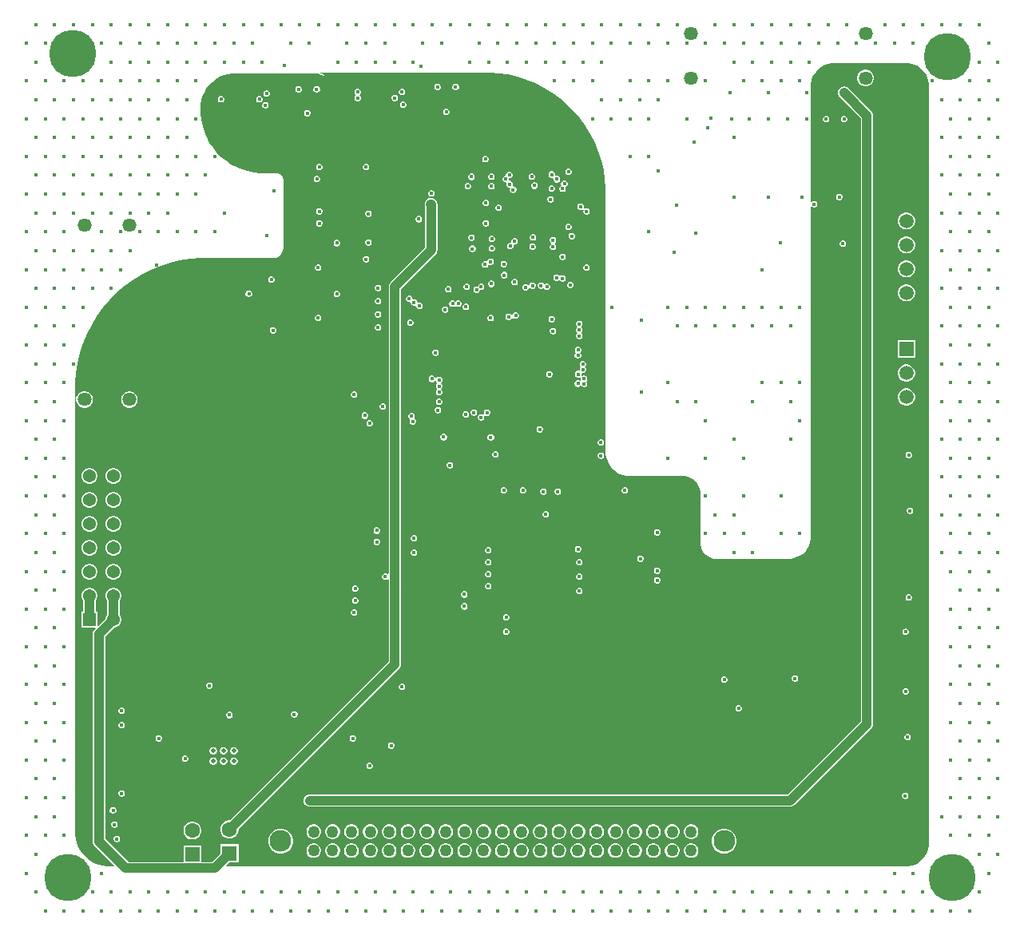
<source format=gbr>
G04*
G04 #@! TF.GenerationSoftware,Altium Limited,Altium Designer,24.1.2 (44)*
G04*
G04 Layer_Physical_Order=3*
G04 Layer_Color=255*
%FSLAX44Y44*%
%MOMM*%
G71*
G04*
G04 #@! TF.SameCoordinates,8DB790BD-C0D2-442E-8808-D1DB86FAA070*
G04*
G04*
G04 #@! TF.FilePolarity,Positive*
G04*
G01*
G75*
%ADD117C,1.0000*%
%ADD122C,5.0000*%
%ADD123C,0.5000*%
%ADD124C,1.4580*%
%ADD125C,2.3000*%
%ADD127C,1.2580*%
%ADD128C,1.5200*%
%ADD129R,1.5200X1.5200*%
%ADD130C,1.3700*%
%ADD131R,1.3700X1.3700*%
%ADD132R,1.6000X1.6000*%
%ADD133C,1.6000*%
%ADD134C,0.4000*%
G36*
X2179109Y1618274D02*
X2183731Y1616359D01*
X2187892Y1613580D01*
X2191429Y1610042D01*
X2194209Y1605881D01*
X2196124Y1601259D01*
X2197100Y1596352D01*
Y1593850D01*
Y792480D01*
Y789978D01*
X2196124Y785071D01*
X2194209Y780449D01*
X2191429Y776288D01*
X2187892Y772750D01*
X2183731Y769971D01*
X2179109Y768056D01*
X2174202Y767080D01*
X1452371D01*
X1451885Y768253D01*
X1455182Y771550D01*
X1464910D01*
Y790550D01*
X1445910D01*
Y780822D01*
X1436924Y771836D01*
X1425540D01*
Y789280D01*
X1406540D01*
Y771836D01*
X1348176D01*
X1323546Y796466D01*
Y1010744D01*
X1333152Y1020350D01*
X1333329D01*
X1335453Y1020919D01*
X1337357Y1022018D01*
X1338912Y1023573D01*
X1340011Y1025477D01*
X1340580Y1027601D01*
Y1029799D01*
X1340011Y1031923D01*
X1338912Y1033827D01*
X1338786Y1033953D01*
Y1048847D01*
X1338912Y1048973D01*
X1340011Y1050877D01*
X1340580Y1053001D01*
Y1055199D01*
X1340011Y1057323D01*
X1338912Y1059227D01*
X1337357Y1060782D01*
X1335453Y1061881D01*
X1333329Y1062450D01*
X1331131D01*
X1329007Y1061881D01*
X1327103Y1060782D01*
X1325548Y1059227D01*
X1324449Y1057323D01*
X1323880Y1055199D01*
Y1053001D01*
X1324449Y1050877D01*
X1325548Y1048973D01*
X1325674Y1048847D01*
Y1033953D01*
X1325548Y1033827D01*
X1324449Y1031923D01*
X1323880Y1029799D01*
Y1029622D01*
X1316353Y1022095D01*
X1315180Y1022581D01*
Y1037050D01*
X1313386D01*
Y1048847D01*
X1313512Y1048973D01*
X1314611Y1050877D01*
X1315180Y1053001D01*
Y1055199D01*
X1314611Y1057323D01*
X1313512Y1059227D01*
X1311957Y1060782D01*
X1310053Y1061881D01*
X1307929Y1062450D01*
X1305731D01*
X1303607Y1061881D01*
X1301703Y1060782D01*
X1300148Y1059227D01*
X1299049Y1057323D01*
X1298480Y1055199D01*
Y1053001D01*
X1299049Y1050877D01*
X1300148Y1048973D01*
X1300274Y1048847D01*
Y1037050D01*
X1298480D01*
Y1020350D01*
X1312949D01*
X1313435Y1019177D01*
X1312354Y1018096D01*
X1311312Y1016738D01*
X1310657Y1015157D01*
X1310434Y1013460D01*
Y793750D01*
X1310657Y792053D01*
X1311312Y790472D01*
X1312354Y789114D01*
X1333215Y768253D01*
X1332729Y767080D01*
X1328420D01*
X1326006Y767080D01*
X1321219Y767710D01*
X1316556Y768960D01*
X1312095Y770807D01*
X1307914Y773221D01*
X1304084Y776160D01*
X1300670Y779574D01*
X1297731Y783404D01*
X1295317Y787586D01*
X1293470Y792046D01*
X1292220Y796709D01*
X1291590Y801496D01*
X1291590Y803910D01*
Y1273810D01*
X1291590Y1279249D01*
X1292443Y1290093D01*
X1294145Y1300837D01*
X1296684Y1311414D01*
X1300046Y1321760D01*
X1304209Y1331810D01*
X1309147Y1341502D01*
X1314831Y1350777D01*
X1321225Y1359577D01*
X1328289Y1367849D01*
X1335981Y1375541D01*
X1344253Y1382605D01*
X1353053Y1388999D01*
X1362328Y1394683D01*
X1372020Y1399621D01*
X1382070Y1403784D01*
X1392415Y1407146D01*
X1402993Y1409685D01*
X1413737Y1411387D01*
X1424581Y1412240D01*
X1430020Y1412240D01*
X1499932Y1412240D01*
X1501140Y1412240D01*
X1501140Y1412240D01*
X1501140Y1412240D01*
X1502260Y1412295D01*
X1502378Y1412318D01*
X1504458Y1412732D01*
X1506528Y1413589D01*
X1508391Y1414834D01*
X1509976Y1416419D01*
X1511221Y1418282D01*
X1512078Y1420352D01*
X1512515Y1422550D01*
X1512570Y1423670D01*
X1512570Y1494790D01*
X1512570Y1494790D01*
X1512570Y1494790D01*
X1512570Y1494793D01*
X1512533Y1495537D01*
X1512449Y1495959D01*
X1512242Y1497002D01*
X1511670Y1498382D01*
X1510840Y1499624D01*
X1509784Y1500680D01*
X1508542Y1501510D01*
X1507162Y1502082D01*
X1505697Y1502373D01*
X1504950Y1502410D01*
X1490980Y1502410D01*
X1490980Y1502410D01*
X1487735Y1502410D01*
X1481278Y1503046D01*
X1474914Y1504312D01*
X1468705Y1506195D01*
X1462710Y1508678D01*
X1456988Y1511737D01*
X1451592Y1515342D01*
X1446577Y1519459D01*
X1441989Y1524047D01*
X1437872Y1529063D01*
X1434267Y1534458D01*
X1431208Y1540180D01*
X1428725Y1546175D01*
X1426842Y1552384D01*
X1425576Y1558748D01*
X1424940Y1565206D01*
X1424940Y1568450D01*
Y1572260D01*
X1424940Y1572260D01*
X1424940Y1572260D01*
X1424940Y1574590D01*
X1425548Y1579212D01*
X1426755Y1583715D01*
X1428539Y1588021D01*
X1430869Y1592058D01*
X1433707Y1595757D01*
X1437003Y1599053D01*
X1440701Y1601891D01*
X1444738Y1604221D01*
X1449045Y1606005D01*
X1453548Y1607212D01*
X1458169Y1607820D01*
X1460500Y1607820D01*
X1549415Y1607820D01*
X1549823D01*
X1550571Y1607500D01*
X1552787Y1606550D01*
Y1606550D01*
X1555750Y1605280D01*
X1555750Y1605785D01*
X1555363Y1606719D01*
X1555173Y1606909D01*
Y1606909D01*
X1555173Y1606909D01*
X1555173D01*
X1554649Y1607433D01*
X1553715Y1607820D01*
X1553047D01*
Y1607820D01*
X1551054D01*
X1550954Y1607943D01*
X1551499Y1609090D01*
X1725930Y1609090D01*
X1725930Y1609090D01*
X1725930Y1609090D01*
X1730970Y1609090D01*
X1741018Y1608299D01*
X1750973Y1606722D01*
X1760774Y1604369D01*
X1770361Y1601255D01*
X1779673Y1597397D01*
X1788654Y1592821D01*
X1797248Y1587555D01*
X1805403Y1581630D01*
X1813067Y1575084D01*
X1820194Y1567957D01*
X1826740Y1560293D01*
X1832665Y1552138D01*
X1837932Y1543544D01*
X1842507Y1534563D01*
X1846365Y1525251D01*
X1849479Y1515665D01*
X1851832Y1505863D01*
X1853409Y1495908D01*
X1854200Y1485860D01*
X1854200Y1480820D01*
X1854200Y1206500D01*
X1854322Y1204010D01*
X1855294Y1199126D01*
X1857199Y1194526D01*
X1859966Y1190386D01*
X1863486Y1186865D01*
X1867626Y1184099D01*
X1872227Y1182194D01*
X1877110Y1181222D01*
X1879600Y1181100D01*
X1937356D01*
X1941037Y1180368D01*
X1944504Y1178932D01*
X1947624Y1176847D01*
X1950277Y1174194D01*
X1952362Y1171074D01*
X1953798Y1167607D01*
X1954530Y1163926D01*
Y1162050D01*
Y1109980D01*
X1954610Y1108362D01*
X1955241Y1105187D01*
X1956479Y1102197D01*
X1958277Y1099506D01*
X1960566Y1097217D01*
X1963257Y1095419D01*
X1966247Y1094181D01*
X1969422Y1093549D01*
X1971040Y1093470D01*
X2048510D01*
X2050751Y1093580D01*
X2055146Y1094454D01*
X2059286Y1096169D01*
X2063012Y1098659D01*
X2066181Y1101828D01*
X2068671Y1105554D01*
X2070386Y1109694D01*
X2071260Y1114089D01*
X2071370Y1116330D01*
X2071370Y1466454D01*
X2072640Y1466980D01*
X2073197Y1466423D01*
X2074484Y1465890D01*
X2075876D01*
X2077163Y1466423D01*
X2078147Y1467407D01*
X2078680Y1468694D01*
Y1470086D01*
X2078147Y1471373D01*
X2077163Y1472357D01*
X2075876Y1472890D01*
X2074484D01*
X2073197Y1472357D01*
X2072640Y1471800D01*
X2071370Y1472326D01*
X2071370Y1593850D01*
Y1596352D01*
X2072346Y1601259D01*
X2074261Y1605881D01*
X2077041Y1610042D01*
X2080578Y1613580D01*
X2084739Y1616359D01*
X2089361Y1618274D01*
X2094268Y1619250D01*
X2174202D01*
X2179109Y1618274D01*
D02*
G37*
%LPC*%
G36*
X2130737Y1611970D02*
X2128423D01*
X2126187Y1611371D01*
X2124183Y1610214D01*
X2122546Y1608577D01*
X2121389Y1606573D01*
X2120790Y1604337D01*
Y1602023D01*
X2121389Y1599787D01*
X2122546Y1597783D01*
X2124183Y1596146D01*
X2126187Y1594989D01*
X2128423Y1594390D01*
X2130737D01*
X2132973Y1594989D01*
X2134977Y1596146D01*
X2136614Y1597783D01*
X2137771Y1599787D01*
X2138370Y1602023D01*
Y1604337D01*
X2137771Y1606573D01*
X2136614Y1608577D01*
X2134977Y1610214D01*
X2132973Y1611371D01*
X2130737Y1611970D01*
D02*
G37*
G36*
X1695841Y1597150D02*
X1694449D01*
X1693162Y1596617D01*
X1692178Y1595633D01*
X1691645Y1594346D01*
Y1592954D01*
X1692178Y1591667D01*
X1693162Y1590683D01*
X1694449Y1590150D01*
X1695841D01*
X1697128Y1590683D01*
X1698112Y1591667D01*
X1698645Y1592954D01*
Y1594346D01*
X1698112Y1595633D01*
X1697128Y1596617D01*
X1695841Y1597150D01*
D02*
G37*
G36*
X1676588Y1597096D02*
X1675196D01*
X1673909Y1596563D01*
X1672925Y1595579D01*
X1672392Y1594292D01*
Y1592900D01*
X1672925Y1591613D01*
X1673909Y1590629D01*
X1675196Y1590096D01*
X1676588D01*
X1677875Y1590629D01*
X1678859Y1591613D01*
X1679392Y1592900D01*
Y1594292D01*
X1678859Y1595579D01*
X1677875Y1596563D01*
X1676588Y1597096D01*
D02*
G37*
G36*
X1548521Y1594610D02*
X1547129D01*
X1545842Y1594077D01*
X1544858Y1593093D01*
X1544325Y1591806D01*
Y1590414D01*
X1544858Y1589128D01*
X1545842Y1588143D01*
X1547129Y1587610D01*
X1548521D01*
X1549807Y1588143D01*
X1550792Y1589128D01*
X1551325Y1590414D01*
Y1591806D01*
X1550792Y1593093D01*
X1549807Y1594077D01*
X1548521Y1594610D01*
D02*
G37*
G36*
X1529268Y1594556D02*
X1527876D01*
X1526589Y1594023D01*
X1525605Y1593039D01*
X1525072Y1591752D01*
Y1590360D01*
X1525605Y1589073D01*
X1526589Y1588089D01*
X1527876Y1587556D01*
X1529268D01*
X1530555Y1588089D01*
X1531539Y1589073D01*
X1532072Y1590360D01*
Y1591752D01*
X1531539Y1593039D01*
X1530555Y1594023D01*
X1529268Y1594556D01*
D02*
G37*
G36*
X1638996Y1591960D02*
X1637604D01*
X1636317Y1591427D01*
X1635333Y1590443D01*
X1634800Y1589156D01*
Y1587764D01*
X1635333Y1586477D01*
X1636317Y1585493D01*
X1637604Y1584960D01*
X1638996D01*
X1640283Y1585493D01*
X1641267Y1586477D01*
X1641800Y1587764D01*
Y1589156D01*
X1641267Y1590443D01*
X1640283Y1591427D01*
X1638996Y1591960D01*
D02*
G37*
G36*
X1495518Y1590174D02*
X1494126D01*
X1492840Y1589641D01*
X1491855Y1588656D01*
X1491322Y1587370D01*
Y1585977D01*
X1491855Y1584691D01*
X1492840Y1583707D01*
X1494126Y1583174D01*
X1495518D01*
X1496805Y1583707D01*
X1497789Y1584691D01*
X1498322Y1585977D01*
Y1587370D01*
X1497789Y1588656D01*
X1496805Y1589641D01*
X1495518Y1590174D01*
D02*
G37*
G36*
X1631340Y1585480D02*
X1629948D01*
X1628662Y1584948D01*
X1627677Y1583963D01*
X1627144Y1582677D01*
Y1581284D01*
X1627677Y1579998D01*
X1628662Y1579013D01*
X1629948Y1578481D01*
X1631340D01*
X1632627Y1579013D01*
X1633611Y1579998D01*
X1634144Y1581284D01*
Y1582677D01*
X1633611Y1583963D01*
X1632627Y1584948D01*
X1631340Y1585480D01*
D02*
G37*
G36*
X1592006Y1591960D02*
X1590614D01*
X1589327Y1591427D01*
X1588343Y1590443D01*
X1587810Y1589156D01*
Y1587764D01*
X1588343Y1586477D01*
X1588781Y1586040D01*
X1589188Y1585210D01*
X1588781Y1584380D01*
X1588343Y1583943D01*
X1587810Y1582656D01*
Y1581264D01*
X1588343Y1579977D01*
X1589327Y1578993D01*
X1590614Y1578460D01*
X1592006D01*
X1593293Y1578993D01*
X1594277Y1579977D01*
X1594810Y1581264D01*
Y1582656D01*
X1594277Y1583943D01*
X1593839Y1584380D01*
X1593432Y1585210D01*
X1593839Y1586040D01*
X1594277Y1586477D01*
X1594810Y1587764D01*
Y1589156D01*
X1594277Y1590443D01*
X1593293Y1591427D01*
X1592006Y1591960D01*
D02*
G37*
G36*
X1487866Y1584190D02*
X1486474D01*
X1485187Y1583657D01*
X1484203Y1582673D01*
X1483670Y1581386D01*
Y1579994D01*
X1484203Y1578707D01*
X1485187Y1577723D01*
X1486474Y1577190D01*
X1487866D01*
X1489153Y1577723D01*
X1490137Y1578707D01*
X1490670Y1579994D01*
Y1581386D01*
X1490137Y1582673D01*
X1489153Y1583657D01*
X1487866Y1584190D01*
D02*
G37*
G36*
X1447226D02*
X1445834D01*
X1444547Y1583657D01*
X1443563Y1582673D01*
X1443030Y1581386D01*
Y1579994D01*
X1443563Y1578707D01*
X1444547Y1577723D01*
X1445834Y1577190D01*
X1447226D01*
X1448513Y1577723D01*
X1449497Y1578707D01*
X1450030Y1579994D01*
Y1581386D01*
X1449497Y1582673D01*
X1448513Y1583657D01*
X1447226Y1584190D01*
D02*
G37*
G36*
X1640266Y1578300D02*
X1638874D01*
X1637587Y1577767D01*
X1636603Y1576783D01*
X1636070Y1575496D01*
Y1574104D01*
X1636603Y1572817D01*
X1637587Y1571833D01*
X1638874Y1571300D01*
X1640266D01*
X1641553Y1571833D01*
X1642537Y1572817D01*
X1643070Y1574104D01*
Y1575496D01*
X1642537Y1576783D01*
X1641553Y1577767D01*
X1640266Y1578300D01*
D02*
G37*
G36*
X1494216Y1577690D02*
X1492824D01*
X1491537Y1577157D01*
X1490553Y1576173D01*
X1490020Y1574886D01*
Y1573494D01*
X1490553Y1572207D01*
X1491537Y1571223D01*
X1492824Y1570690D01*
X1494216D01*
X1495503Y1571223D01*
X1496487Y1572207D01*
X1497020Y1573494D01*
Y1574886D01*
X1496487Y1576173D01*
X1495503Y1577157D01*
X1494216Y1577690D01*
D02*
G37*
G36*
X1685986Y1570680D02*
X1684594D01*
X1683307Y1570147D01*
X1682323Y1569163D01*
X1681790Y1567876D01*
Y1566484D01*
X1682323Y1565197D01*
X1683307Y1564213D01*
X1684594Y1563680D01*
X1685986D01*
X1687273Y1564213D01*
X1688257Y1565197D01*
X1688790Y1566484D01*
Y1567876D01*
X1688257Y1569163D01*
X1687273Y1570147D01*
X1685986Y1570680D01*
D02*
G37*
G36*
X1538666Y1569410D02*
X1537274D01*
X1535987Y1568877D01*
X1535003Y1567893D01*
X1534470Y1566606D01*
Y1565214D01*
X1535003Y1563927D01*
X1535987Y1562943D01*
X1537274Y1562410D01*
X1538666D01*
X1539953Y1562943D01*
X1540937Y1563927D01*
X1541470Y1565214D01*
Y1566606D01*
X1540937Y1567893D01*
X1539953Y1568877D01*
X1538666Y1569410D01*
D02*
G37*
G36*
X2107626Y1563060D02*
X2106234D01*
X2104947Y1562527D01*
X2103963Y1561543D01*
X2103430Y1560256D01*
Y1558864D01*
X2103963Y1557577D01*
X2104947Y1556593D01*
X2106234Y1556060D01*
X2107626D01*
X2108913Y1556593D01*
X2109897Y1557577D01*
X2110430Y1558864D01*
Y1560256D01*
X2109897Y1561543D01*
X2108913Y1562527D01*
X2107626Y1563060D01*
D02*
G37*
G36*
X2088576D02*
X2087184D01*
X2085897Y1562527D01*
X2084913Y1561543D01*
X2084380Y1560256D01*
Y1558864D01*
X2084913Y1557577D01*
X2085897Y1556593D01*
X2087184Y1556060D01*
X2088576D01*
X2089863Y1556593D01*
X2090847Y1557577D01*
X2091380Y1558864D01*
Y1560256D01*
X2090847Y1561543D01*
X2089863Y1562527D01*
X2088576Y1563060D01*
D02*
G37*
G36*
X1727316Y1520570D02*
X1725924D01*
X1724637Y1520037D01*
X1723653Y1519053D01*
X1723120Y1517766D01*
Y1516374D01*
X1723653Y1515087D01*
X1724637Y1514103D01*
X1725924Y1513570D01*
X1727316D01*
X1728602Y1514103D01*
X1729587Y1515087D01*
X1730120Y1516374D01*
Y1517766D01*
X1729587Y1519053D01*
X1728602Y1520037D01*
X1727316Y1520570D01*
D02*
G37*
G36*
X1600896Y1512260D02*
X1599504D01*
X1598217Y1511727D01*
X1597233Y1510743D01*
X1596700Y1509456D01*
Y1508064D01*
X1597233Y1506777D01*
X1598217Y1505793D01*
X1599504Y1505260D01*
X1600896D01*
X1602183Y1505793D01*
X1603167Y1506777D01*
X1603700Y1508064D01*
Y1509456D01*
X1603167Y1510743D01*
X1602183Y1511727D01*
X1600896Y1512260D01*
D02*
G37*
G36*
X1551366D02*
X1549974D01*
X1548687Y1511727D01*
X1547703Y1510743D01*
X1547170Y1509456D01*
Y1508064D01*
X1547703Y1506777D01*
X1548687Y1505793D01*
X1549974Y1505260D01*
X1551366D01*
X1552653Y1505793D01*
X1553637Y1506777D01*
X1554170Y1508064D01*
Y1509456D01*
X1553637Y1510743D01*
X1552653Y1511727D01*
X1551366Y1512260D01*
D02*
G37*
G36*
X1815526Y1507180D02*
X1814134D01*
X1812847Y1506647D01*
X1811863Y1505663D01*
X1811330Y1504376D01*
Y1502984D01*
X1811863Y1501697D01*
X1812847Y1500713D01*
X1814134Y1500180D01*
X1815526D01*
X1816813Y1500713D01*
X1817797Y1501697D01*
X1818330Y1502984D01*
Y1504376D01*
X1817797Y1505663D01*
X1816813Y1506647D01*
X1815526Y1507180D01*
D02*
G37*
G36*
X1776646Y1502020D02*
X1775254D01*
X1773967Y1501487D01*
X1772983Y1500503D01*
X1772450Y1499216D01*
Y1497824D01*
X1772983Y1496537D01*
X1773967Y1495553D01*
X1775254Y1495020D01*
X1776646D01*
X1777933Y1495553D01*
X1778917Y1496537D01*
X1779450Y1497824D01*
Y1499216D01*
X1778917Y1500503D01*
X1777933Y1501487D01*
X1776646Y1502020D01*
D02*
G37*
G36*
X1733756Y1501980D02*
X1732364D01*
X1731077Y1501447D01*
X1730093Y1500463D01*
X1729560Y1499176D01*
Y1497784D01*
X1730093Y1496497D01*
X1731077Y1495513D01*
X1732364Y1494980D01*
X1733756D01*
X1735043Y1495513D01*
X1736027Y1496497D01*
X1736560Y1497784D01*
Y1499176D01*
X1736027Y1500463D01*
X1735043Y1501447D01*
X1733756Y1501980D01*
D02*
G37*
G36*
X1712656Y1501900D02*
X1711264D01*
X1709977Y1501367D01*
X1708993Y1500383D01*
X1708460Y1499096D01*
Y1497704D01*
X1708993Y1496417D01*
X1709977Y1495433D01*
X1711264Y1494900D01*
X1712656D01*
X1713943Y1495433D01*
X1714927Y1496417D01*
X1715460Y1497704D01*
Y1499096D01*
X1714927Y1500383D01*
X1713943Y1501367D01*
X1712656Y1501900D01*
D02*
G37*
G36*
X1548826Y1499560D02*
X1547434D01*
X1546147Y1499027D01*
X1545163Y1498043D01*
X1544630Y1496756D01*
Y1495364D01*
X1545163Y1494077D01*
X1546147Y1493093D01*
X1547434Y1492560D01*
X1548826D01*
X1550113Y1493093D01*
X1551097Y1494077D01*
X1551630Y1495364D01*
Y1496756D01*
X1551097Y1498043D01*
X1550113Y1499027D01*
X1548826Y1499560D01*
D02*
G37*
G36*
X1797746Y1504260D02*
X1796354D01*
X1795067Y1503727D01*
X1794083Y1502743D01*
X1793550Y1501456D01*
Y1500064D01*
X1794083Y1498777D01*
X1795067Y1497793D01*
X1796354Y1497260D01*
X1797746D01*
X1797948Y1497344D01*
X1798959Y1496466D01*
Y1495074D01*
X1799492Y1493787D01*
X1800477Y1492803D01*
X1801763Y1492270D01*
X1803155D01*
X1804442Y1492803D01*
X1805426Y1493787D01*
X1805959Y1495074D01*
Y1496466D01*
X1805426Y1497753D01*
X1804442Y1498737D01*
X1803155Y1499270D01*
X1801763D01*
X1801561Y1499186D01*
X1800550Y1500064D01*
Y1501456D01*
X1800017Y1502743D01*
X1799033Y1503727D01*
X1797746Y1504260D01*
D02*
G37*
G36*
X1779340Y1492584D02*
X1777948D01*
X1776661Y1492051D01*
X1775677Y1491066D01*
X1775144Y1489780D01*
Y1488387D01*
X1775677Y1487101D01*
X1776661Y1486117D01*
X1777948Y1485584D01*
X1779340D01*
X1780626Y1486117D01*
X1781611Y1487101D01*
X1782144Y1488387D01*
Y1489780D01*
X1781611Y1491066D01*
X1780626Y1492051D01*
X1779340Y1492584D01*
D02*
G37*
G36*
X1708839Y1491947D02*
X1707447D01*
X1706160Y1491414D01*
X1705176Y1490430D01*
X1704643Y1489143D01*
Y1487751D01*
X1705176Y1486464D01*
X1706160Y1485480D01*
X1707447Y1484947D01*
X1708839D01*
X1710126Y1485480D01*
X1711110Y1486464D01*
X1711643Y1487751D01*
Y1489143D01*
X1711110Y1490430D01*
X1710126Y1491414D01*
X1708839Y1491947D01*
D02*
G37*
G36*
X1733756Y1491820D02*
X1732364D01*
X1731077Y1491287D01*
X1730093Y1490303D01*
X1729560Y1489016D01*
Y1487624D01*
X1730093Y1486337D01*
X1731077Y1485353D01*
X1732364Y1484820D01*
X1733756D01*
X1735043Y1485353D01*
X1736027Y1486337D01*
X1736560Y1487624D01*
Y1489016D01*
X1736027Y1490303D01*
X1735043Y1491287D01*
X1733756Y1491820D01*
D02*
G37*
G36*
X1797746Y1489400D02*
X1796354D01*
X1795067Y1488867D01*
X1794083Y1487883D01*
X1793550Y1486596D01*
Y1485204D01*
X1794083Y1483917D01*
X1795067Y1482933D01*
X1796354Y1482400D01*
X1797746D01*
X1799033Y1482933D01*
X1800017Y1483917D01*
X1800550Y1485204D01*
Y1486596D01*
X1800017Y1487883D01*
X1799033Y1488867D01*
X1797746Y1489400D01*
D02*
G37*
G36*
X1811026Y1494520D02*
X1809634D01*
X1808347Y1493987D01*
X1807363Y1493003D01*
X1806830Y1491716D01*
Y1490324D01*
X1807312Y1489160D01*
X1806478Y1488815D01*
X1805494Y1487830D01*
X1804961Y1486543D01*
Y1485151D01*
X1805494Y1483865D01*
X1806478Y1482880D01*
X1807765Y1482347D01*
X1809157D01*
X1810444Y1482880D01*
X1811428Y1483865D01*
X1811961Y1485151D01*
Y1486543D01*
X1811479Y1487708D01*
X1812313Y1488053D01*
X1813297Y1489037D01*
X1813830Y1490324D01*
Y1491716D01*
X1813297Y1493003D01*
X1812313Y1493987D01*
X1811026Y1494520D01*
D02*
G37*
G36*
X1752606Y1503915D02*
X1751214D01*
X1749927Y1503382D01*
X1748943Y1502398D01*
X1748410Y1501111D01*
Y1499719D01*
X1747729Y1499560D01*
X1747514D01*
X1746227Y1499027D01*
X1745243Y1498043D01*
X1744710Y1496756D01*
Y1495364D01*
X1745243Y1494077D01*
X1746227Y1493093D01*
X1747514Y1492560D01*
X1747891D01*
X1748757Y1491333D01*
Y1489941D01*
X1749290Y1488655D01*
X1750275Y1487670D01*
X1751561Y1487137D01*
X1751928D01*
X1752754Y1485867D01*
X1752530Y1485326D01*
Y1483934D01*
X1753063Y1482647D01*
X1754047Y1481663D01*
X1755334Y1481130D01*
X1756726D01*
X1758013Y1481663D01*
X1758997Y1482647D01*
X1759530Y1483934D01*
Y1485326D01*
X1758997Y1486613D01*
X1758013Y1487597D01*
X1756726Y1488130D01*
X1756359D01*
X1755533Y1489400D01*
X1755757Y1489941D01*
Y1491333D01*
X1755224Y1492620D01*
X1754240Y1493604D01*
X1752953Y1494137D01*
X1752577D01*
X1751710Y1495364D01*
Y1496756D01*
X1752391Y1496915D01*
X1752606D01*
X1753893Y1497448D01*
X1754877Y1498432D01*
X1755410Y1499719D01*
Y1501111D01*
X1754877Y1502398D01*
X1753893Y1503382D01*
X1752606Y1503915D01*
D02*
G37*
G36*
X1670056Y1484236D02*
X1668664D01*
X1667377Y1483704D01*
X1666393Y1482719D01*
X1665860Y1481433D01*
Y1480040D01*
X1666393Y1478754D01*
X1667377Y1477769D01*
X1668664Y1477236D01*
X1670056D01*
X1671343Y1477769D01*
X1672327Y1478754D01*
X1672860Y1480040D01*
Y1481433D01*
X1672327Y1482719D01*
X1671343Y1483704D01*
X1670056Y1484236D01*
D02*
G37*
G36*
X2102546Y1480510D02*
X2101154D01*
X2099867Y1479977D01*
X2098883Y1478993D01*
X2098350Y1477706D01*
Y1476314D01*
X2098883Y1475027D01*
X2099867Y1474043D01*
X2101154Y1473510D01*
X2102546D01*
X2103833Y1474043D01*
X2104817Y1475027D01*
X2105350Y1476314D01*
Y1477706D01*
X2104817Y1478993D01*
X2103833Y1479977D01*
X2102546Y1480510D01*
D02*
G37*
G36*
X1796476Y1477970D02*
X1795084D01*
X1793797Y1477437D01*
X1792813Y1476453D01*
X1792280Y1475166D01*
Y1473774D01*
X1792813Y1472487D01*
X1793797Y1471503D01*
X1795084Y1470970D01*
X1796476D01*
X1797763Y1471503D01*
X1798747Y1472487D01*
X1799280Y1473774D01*
Y1475166D01*
X1798747Y1476453D01*
X1797763Y1477437D01*
X1796476Y1477970D01*
D02*
G37*
G36*
X1727889Y1474167D02*
X1726497D01*
X1725210Y1473634D01*
X1724226Y1472650D01*
X1723693Y1471363D01*
Y1469971D01*
X1724226Y1468684D01*
X1725210Y1467700D01*
X1726497Y1467167D01*
X1727889D01*
X1729176Y1467700D01*
X1730160Y1468684D01*
X1730693Y1469971D01*
Y1471363D01*
X1730160Y1472650D01*
X1729176Y1473634D01*
X1727889Y1474167D01*
D02*
G37*
G36*
X1741286Y1469080D02*
X1739894D01*
X1738607Y1468547D01*
X1737623Y1467563D01*
X1737090Y1466276D01*
Y1464884D01*
X1737623Y1463597D01*
X1738607Y1462613D01*
X1739894Y1462080D01*
X1741286D01*
X1742573Y1462613D01*
X1743557Y1463597D01*
X1744090Y1464884D01*
Y1466276D01*
X1743557Y1467563D01*
X1742573Y1468547D01*
X1741286Y1469080D01*
D02*
G37*
G36*
X1828226Y1470350D02*
X1826834D01*
X1825547Y1469817D01*
X1824563Y1468833D01*
X1824030Y1467546D01*
Y1466154D01*
X1824563Y1464867D01*
X1825547Y1463883D01*
X1826834Y1463350D01*
X1828226D01*
X1829513Y1463883D01*
X1829648Y1464019D01*
X1830725Y1463299D01*
X1830380Y1462466D01*
Y1461074D01*
X1830913Y1459787D01*
X1831897Y1458803D01*
X1833184Y1458270D01*
X1834576D01*
X1835863Y1458803D01*
X1836847Y1459787D01*
X1837380Y1461074D01*
Y1462466D01*
X1836847Y1463753D01*
X1835863Y1464737D01*
X1834576Y1465270D01*
X1833184D01*
X1831897Y1464737D01*
X1831762Y1464601D01*
X1830685Y1465321D01*
X1831030Y1466154D01*
Y1467546D01*
X1830497Y1468833D01*
X1829513Y1469817D01*
X1828226Y1470350D01*
D02*
G37*
G36*
X1551366Y1465270D02*
X1549974D01*
X1548687Y1464737D01*
X1547703Y1463753D01*
X1547170Y1462466D01*
Y1461074D01*
X1547703Y1459787D01*
X1548687Y1458803D01*
X1549974Y1458270D01*
X1551366D01*
X1552653Y1458803D01*
X1553637Y1459787D01*
X1554170Y1461074D01*
Y1462466D01*
X1553637Y1463753D01*
X1552653Y1464737D01*
X1551366Y1465270D01*
D02*
G37*
G36*
X1603436Y1462730D02*
X1602044D01*
X1600757Y1462197D01*
X1599773Y1461213D01*
X1599240Y1459926D01*
Y1458534D01*
X1599773Y1457247D01*
X1600757Y1456263D01*
X1602044Y1455730D01*
X1603436D01*
X1604723Y1456263D01*
X1605707Y1457247D01*
X1606240Y1458534D01*
Y1459926D01*
X1605707Y1461213D01*
X1604723Y1462197D01*
X1603436Y1462730D01*
D02*
G37*
G36*
X1656776Y1456960D02*
X1655384D01*
X1654097Y1456427D01*
X1653113Y1455443D01*
X1652580Y1454156D01*
Y1452764D01*
X1653113Y1451477D01*
X1654097Y1450493D01*
X1655384Y1449960D01*
X1656776D01*
X1658063Y1450493D01*
X1659047Y1451477D01*
X1659580Y1452764D01*
Y1454156D01*
X1659047Y1455443D01*
X1658063Y1456427D01*
X1656776Y1456960D01*
D02*
G37*
G36*
X1727896Y1452570D02*
X1726504D01*
X1725217Y1452037D01*
X1724233Y1451053D01*
X1723700Y1449766D01*
Y1448374D01*
X1724233Y1447087D01*
X1725217Y1446103D01*
X1726504Y1445570D01*
X1727896D01*
X1729183Y1446103D01*
X1730167Y1447087D01*
X1730700Y1448374D01*
Y1449766D01*
X1730167Y1451053D01*
X1729183Y1452037D01*
X1727896Y1452570D01*
D02*
G37*
G36*
X1551366D02*
X1549974D01*
X1548687Y1452037D01*
X1547703Y1451053D01*
X1547170Y1449766D01*
Y1448374D01*
X1547703Y1447087D01*
X1548687Y1446103D01*
X1549974Y1445570D01*
X1551366D01*
X1552653Y1446103D01*
X1553637Y1447087D01*
X1554170Y1448374D01*
Y1449766D01*
X1553637Y1451053D01*
X1552653Y1452037D01*
X1551366Y1452570D01*
D02*
G37*
G36*
X2174168Y1460710D02*
X2171772D01*
X2169458Y1460090D01*
X2167383Y1458892D01*
X2165688Y1457198D01*
X2164490Y1455123D01*
X2163870Y1452808D01*
Y1450412D01*
X2164490Y1448098D01*
X2165688Y1446022D01*
X2167383Y1444328D01*
X2169458Y1443130D01*
X2171772Y1442510D01*
X2174168D01*
X2176483Y1443130D01*
X2178557Y1444328D01*
X2180252Y1446022D01*
X2181450Y1448098D01*
X2182070Y1450412D01*
Y1452808D01*
X2181450Y1455123D01*
X2180252Y1457198D01*
X2178557Y1458892D01*
X2176483Y1460090D01*
X2174168Y1460710D01*
D02*
G37*
G36*
X1815526Y1448760D02*
X1814134D01*
X1812847Y1448227D01*
X1811863Y1447243D01*
X1811330Y1445956D01*
Y1444564D01*
X1811863Y1443277D01*
X1812847Y1442293D01*
X1814134Y1441760D01*
X1815526D01*
X1816813Y1442293D01*
X1817797Y1443277D01*
X1818330Y1444564D01*
Y1445956D01*
X1817797Y1447243D01*
X1816813Y1448227D01*
X1815526Y1448760D01*
D02*
G37*
G36*
X1818954Y1438983D02*
X1817561D01*
X1816275Y1438450D01*
X1815290Y1437465D01*
X1814757Y1436179D01*
Y1434787D01*
X1815290Y1433500D01*
X1816275Y1432516D01*
X1817561Y1431983D01*
X1818954D01*
X1820240Y1432516D01*
X1821225Y1433500D01*
X1821757Y1434787D01*
Y1436179D01*
X1821225Y1437465D01*
X1820240Y1438450D01*
X1818954Y1438983D01*
D02*
G37*
G36*
X1777756Y1437740D02*
X1776364D01*
X1775077Y1437207D01*
X1774093Y1436223D01*
X1773560Y1434936D01*
Y1433544D01*
X1774093Y1432257D01*
X1775077Y1431273D01*
X1776364Y1430740D01*
X1777756D01*
X1779043Y1431273D01*
X1780027Y1432257D01*
X1780560Y1433544D01*
Y1434936D01*
X1780027Y1436223D01*
X1779043Y1437207D01*
X1777756Y1437740D01*
D02*
G37*
G36*
X1712656Y1437330D02*
X1711264D01*
X1709977Y1436797D01*
X1708993Y1435813D01*
X1708460Y1434526D01*
Y1433134D01*
X1708993Y1431847D01*
X1709977Y1430863D01*
X1711264Y1430330D01*
X1712656D01*
X1713943Y1430863D01*
X1714927Y1431847D01*
X1715460Y1433134D01*
Y1434526D01*
X1714927Y1435813D01*
X1713943Y1436797D01*
X1712656Y1437330D01*
D02*
G37*
G36*
X1734246Y1436060D02*
X1732854D01*
X1731567Y1435527D01*
X1730583Y1434543D01*
X1730050Y1433256D01*
Y1431864D01*
X1730583Y1430577D01*
X1731567Y1429593D01*
X1732854Y1429060D01*
X1734246D01*
X1735533Y1429593D01*
X1736517Y1430577D01*
X1737050Y1431864D01*
Y1433256D01*
X1736517Y1434543D01*
X1735533Y1435527D01*
X1734246Y1436060D01*
D02*
G37*
G36*
X1603436Y1432250D02*
X1602044D01*
X1600757Y1431717D01*
X1599773Y1430733D01*
X1599240Y1429446D01*
Y1428054D01*
X1599773Y1426767D01*
X1600757Y1425783D01*
X1602044Y1425250D01*
X1603436D01*
X1604723Y1425783D01*
X1605707Y1426767D01*
X1606240Y1428054D01*
Y1429446D01*
X1605707Y1430733D01*
X1604723Y1431717D01*
X1603436Y1432250D01*
D02*
G37*
G36*
X1569836Y1431622D02*
X1568444D01*
X1567157Y1431089D01*
X1566173Y1430105D01*
X1565640Y1428818D01*
Y1427426D01*
X1566173Y1426139D01*
X1567157Y1425155D01*
X1568444Y1424622D01*
X1569836D01*
X1571123Y1425155D01*
X1572107Y1426139D01*
X1572640Y1427426D01*
Y1428818D01*
X1572107Y1430105D01*
X1571123Y1431089D01*
X1569836Y1431622D01*
D02*
G37*
G36*
X2106356Y1430980D02*
X2104964D01*
X2103677Y1430447D01*
X2102693Y1429463D01*
X2102160Y1428176D01*
Y1426784D01*
X2102693Y1425497D01*
X2103677Y1424513D01*
X2104964Y1423980D01*
X2106356D01*
X2107643Y1424513D01*
X2108627Y1425497D01*
X2109160Y1426784D01*
Y1428176D01*
X2108627Y1429463D01*
X2107643Y1430447D01*
X2106356Y1430980D01*
D02*
G37*
G36*
X1758376Y1433520D02*
X1756984D01*
X1755697Y1432987D01*
X1754713Y1432003D01*
X1754180Y1430716D01*
Y1429613D01*
X1754042Y1429203D01*
X1753171Y1428440D01*
X1752394D01*
X1751107Y1427907D01*
X1750123Y1426923D01*
X1749590Y1425636D01*
Y1424244D01*
X1750123Y1422957D01*
X1751107Y1421973D01*
X1752394Y1421440D01*
X1753786D01*
X1755073Y1421973D01*
X1756057Y1422957D01*
X1756590Y1424244D01*
Y1425347D01*
X1756728Y1425757D01*
X1757599Y1426520D01*
X1758376D01*
X1759663Y1427053D01*
X1760647Y1428037D01*
X1761180Y1429324D01*
Y1430716D01*
X1760647Y1432003D01*
X1759663Y1432987D01*
X1758376Y1433520D01*
D02*
G37*
G36*
X1777426Y1427740D02*
X1776034D01*
X1774747Y1427207D01*
X1773763Y1426223D01*
X1773230Y1424936D01*
Y1423544D01*
X1773763Y1422257D01*
X1774747Y1421273D01*
X1776034Y1420740D01*
X1777426D01*
X1778713Y1421273D01*
X1779697Y1422257D01*
X1780230Y1423544D01*
Y1424936D01*
X1779697Y1426223D01*
X1778713Y1427207D01*
X1777426Y1427740D01*
D02*
G37*
G36*
X1799016Y1434790D02*
X1797624D01*
X1796337Y1434257D01*
X1795353Y1433273D01*
X1794820Y1431986D01*
Y1430594D01*
X1795353Y1429307D01*
X1796164Y1428496D01*
X1796174Y1427454D01*
X1796098Y1427047D01*
X1795193Y1426143D01*
X1794660Y1424856D01*
Y1423464D01*
X1795193Y1422177D01*
X1796177Y1421193D01*
X1797464Y1420660D01*
X1798856D01*
X1800143Y1421193D01*
X1801127Y1422177D01*
X1801660Y1423464D01*
Y1424856D01*
X1801127Y1426143D01*
X1800316Y1426954D01*
X1800306Y1427996D01*
X1800382Y1428403D01*
X1801287Y1429307D01*
X1801820Y1430594D01*
Y1431986D01*
X1801287Y1433273D01*
X1800303Y1434257D01*
X1799016Y1434790D01*
D02*
G37*
G36*
X1734246Y1425900D02*
X1732854D01*
X1731567Y1425367D01*
X1730583Y1424383D01*
X1730050Y1423096D01*
Y1421704D01*
X1730583Y1420417D01*
X1731567Y1419433D01*
X1732854Y1418900D01*
X1734246D01*
X1735533Y1419433D01*
X1736517Y1420417D01*
X1737050Y1421704D01*
Y1423096D01*
X1736517Y1424383D01*
X1735533Y1425367D01*
X1734246Y1425900D01*
D02*
G37*
G36*
X1713583Y1425543D02*
X1712191D01*
X1710904Y1425010D01*
X1709920Y1424026D01*
X1709387Y1422739D01*
Y1421347D01*
X1709920Y1420060D01*
X1710904Y1419076D01*
X1712191Y1418543D01*
X1713583D01*
X1714870Y1419076D01*
X1715854Y1420060D01*
X1716387Y1421347D01*
Y1422739D01*
X1715854Y1424026D01*
X1714870Y1425010D01*
X1713583Y1425543D01*
D02*
G37*
G36*
X2174168Y1435310D02*
X2171772D01*
X2169458Y1434690D01*
X2167383Y1433492D01*
X2165688Y1431797D01*
X2164490Y1429722D01*
X2163870Y1427408D01*
Y1425012D01*
X2164490Y1422697D01*
X2165688Y1420623D01*
X2167383Y1418928D01*
X2169458Y1417730D01*
X2171772Y1417110D01*
X2174168D01*
X2176483Y1417730D01*
X2178557Y1418928D01*
X2180252Y1420623D01*
X2181450Y1422697D01*
X2182070Y1425012D01*
Y1427408D01*
X2181450Y1429722D01*
X2180252Y1431797D01*
X2178557Y1433492D01*
X2176483Y1434690D01*
X2174168Y1435310D01*
D02*
G37*
G36*
X1809176Y1417010D02*
X1807784D01*
X1806497Y1416477D01*
X1805513Y1415493D01*
X1804980Y1414206D01*
Y1412814D01*
X1805513Y1411527D01*
X1806497Y1410543D01*
X1807784Y1410010D01*
X1809176D01*
X1810463Y1410543D01*
X1811447Y1411527D01*
X1811980Y1412814D01*
Y1414206D01*
X1811447Y1415493D01*
X1810463Y1416477D01*
X1809176Y1417010D01*
D02*
G37*
G36*
X1732976Y1411930D02*
X1731584D01*
X1730297Y1411397D01*
X1729313Y1410413D01*
X1728861Y1409323D01*
X1728754Y1409116D01*
X1727510Y1408612D01*
X1727033Y1408810D01*
X1725641D01*
X1724355Y1408277D01*
X1723370Y1407292D01*
X1722837Y1406006D01*
Y1404614D01*
X1723370Y1403327D01*
X1724355Y1402343D01*
X1725641Y1401810D01*
X1727033D01*
X1728320Y1402343D01*
X1729304Y1403327D01*
X1729756Y1404417D01*
X1729863Y1404624D01*
X1731107Y1405127D01*
X1731584Y1404930D01*
X1732976D01*
X1734263Y1405463D01*
X1735247Y1406447D01*
X1735780Y1407734D01*
Y1409126D01*
X1735247Y1410413D01*
X1734263Y1411397D01*
X1732976Y1411930D01*
D02*
G37*
G36*
X1600896Y1414470D02*
X1599504D01*
X1598217Y1413937D01*
X1597233Y1412953D01*
X1596700Y1411666D01*
Y1410274D01*
X1597233Y1408987D01*
X1598217Y1408003D01*
X1599504Y1407470D01*
X1600896D01*
X1602183Y1408003D01*
X1603167Y1408987D01*
X1603700Y1410274D01*
Y1411666D01*
X1603167Y1412953D01*
X1602183Y1413937D01*
X1600896Y1414470D01*
D02*
G37*
G36*
X1746946Y1409390D02*
X1745554D01*
X1744267Y1408857D01*
X1743283Y1407873D01*
X1742750Y1406586D01*
Y1405194D01*
X1743283Y1403907D01*
X1744267Y1402923D01*
X1745554Y1402390D01*
X1746946D01*
X1748233Y1402923D01*
X1749217Y1403907D01*
X1749750Y1405194D01*
Y1406586D01*
X1749217Y1407873D01*
X1748233Y1408857D01*
X1746946Y1409390D01*
D02*
G37*
G36*
X1834576Y1405580D02*
X1833184D01*
X1831897Y1405047D01*
X1830913Y1404063D01*
X1830380Y1402776D01*
Y1401384D01*
X1830913Y1400097D01*
X1831897Y1399113D01*
X1833184Y1398580D01*
X1834576D01*
X1835863Y1399113D01*
X1836847Y1400097D01*
X1837380Y1401384D01*
Y1402776D01*
X1836847Y1404063D01*
X1835863Y1405047D01*
X1834576Y1405580D01*
D02*
G37*
G36*
X1550096D02*
X1548704D01*
X1547417Y1405047D01*
X1546433Y1404063D01*
X1545900Y1402776D01*
Y1401384D01*
X1546433Y1400097D01*
X1547417Y1399113D01*
X1548704Y1398580D01*
X1550096D01*
X1551383Y1399113D01*
X1552367Y1400097D01*
X1552900Y1401384D01*
Y1402776D01*
X1552367Y1404063D01*
X1551383Y1405047D01*
X1550096Y1405580D01*
D02*
G37*
G36*
X2174168Y1409910D02*
X2171772D01*
X2169458Y1409290D01*
X2167383Y1408092D01*
X2165688Y1406398D01*
X2164490Y1404323D01*
X2163870Y1402008D01*
Y1399612D01*
X2164490Y1397298D01*
X2165688Y1395222D01*
X2167383Y1393528D01*
X2169458Y1392330D01*
X2171772Y1391710D01*
X2174168D01*
X2176483Y1392330D01*
X2178557Y1393528D01*
X2180252Y1395222D01*
X2181450Y1397298D01*
X2182070Y1399612D01*
Y1402008D01*
X2181450Y1404323D01*
X2180252Y1406398D01*
X2178557Y1408092D01*
X2176483Y1409290D01*
X2174168Y1409910D01*
D02*
G37*
G36*
X1747336Y1397570D02*
X1745943D01*
X1744657Y1397038D01*
X1743672Y1396053D01*
X1743140Y1394767D01*
Y1393374D01*
X1743672Y1392088D01*
X1744657Y1391103D01*
X1745943Y1390570D01*
X1747336D01*
X1748622Y1391103D01*
X1749607Y1392088D01*
X1750140Y1393374D01*
Y1394767D01*
X1749607Y1396053D01*
X1748622Y1397038D01*
X1747336Y1397570D01*
D02*
G37*
G36*
X1802826Y1394730D02*
X1801434D01*
X1800147Y1394197D01*
X1799163Y1393213D01*
X1798630Y1391926D01*
Y1390534D01*
X1799163Y1389247D01*
X1800147Y1388263D01*
X1801434Y1387730D01*
X1802826D01*
X1804113Y1388263D01*
X1804249Y1388400D01*
X1805513Y1388667D01*
X1806497Y1387683D01*
X1807784Y1387150D01*
X1809176D01*
X1810463Y1387683D01*
X1811447Y1388667D01*
X1811980Y1389954D01*
Y1391346D01*
X1811447Y1392633D01*
X1810463Y1393617D01*
X1809176Y1394150D01*
X1807784D01*
X1806497Y1393617D01*
X1806361Y1393481D01*
X1805097Y1393213D01*
X1804113Y1394197D01*
X1802826Y1394730D01*
D02*
G37*
G36*
X1500566Y1392880D02*
X1499174D01*
X1497887Y1392347D01*
X1496903Y1391363D01*
X1496370Y1390076D01*
Y1388684D01*
X1496903Y1387397D01*
X1497887Y1386413D01*
X1499174Y1385880D01*
X1500566D01*
X1501853Y1386413D01*
X1502837Y1387397D01*
X1503370Y1388684D01*
Y1390076D01*
X1502837Y1391363D01*
X1501853Y1392347D01*
X1500566Y1392880D01*
D02*
G37*
G36*
X1758383Y1390333D02*
X1756991D01*
X1755704Y1389800D01*
X1754720Y1388816D01*
X1754187Y1387529D01*
Y1386137D01*
X1754720Y1384850D01*
X1755704Y1383866D01*
X1756991Y1383333D01*
X1758383D01*
X1759670Y1383866D01*
X1760654Y1384850D01*
X1761187Y1386137D01*
Y1387529D01*
X1760654Y1388816D01*
X1759670Y1389800D01*
X1758383Y1390333D01*
D02*
G37*
G36*
X1777426Y1386530D02*
X1776034D01*
X1774747Y1385997D01*
X1773763Y1385013D01*
X1773230Y1383726D01*
Y1383661D01*
X1772773Y1383427D01*
X1771960Y1383271D01*
X1771147Y1384084D01*
X1769861Y1384617D01*
X1768469D01*
X1767182Y1384084D01*
X1766198Y1383099D01*
X1765665Y1381813D01*
Y1380421D01*
X1766198Y1379134D01*
X1767182Y1378150D01*
X1768469Y1377617D01*
X1769861D01*
X1771147Y1378150D01*
X1772132Y1379134D01*
X1772665Y1380421D01*
Y1380486D01*
X1773122Y1380720D01*
X1773935Y1380876D01*
X1774747Y1380063D01*
X1776034Y1379530D01*
X1777426D01*
X1778713Y1380063D01*
X1779697Y1381047D01*
X1780230Y1382334D01*
Y1383726D01*
X1779697Y1385013D01*
X1778713Y1385997D01*
X1777426Y1386530D01*
D02*
G37*
G36*
X1733604Y1388442D02*
X1732212D01*
X1730925Y1387909D01*
X1729941Y1386925D01*
X1729408Y1385638D01*
Y1384246D01*
X1729941Y1382959D01*
X1730925Y1381975D01*
X1732212Y1381442D01*
X1733604D01*
X1734891Y1381975D01*
X1735875Y1382959D01*
X1736408Y1384246D01*
Y1385638D01*
X1735875Y1386925D01*
X1734891Y1387909D01*
X1733604Y1388442D01*
D02*
G37*
G36*
X1817438Y1387158D02*
X1816046D01*
X1814759Y1386625D01*
X1813775Y1385641D01*
X1813242Y1384354D01*
Y1382962D01*
X1813775Y1381675D01*
X1814759Y1380691D01*
X1816046Y1380158D01*
X1817438D01*
X1818725Y1380691D01*
X1819709Y1381675D01*
X1820242Y1382962D01*
Y1384354D01*
X1819709Y1385641D01*
X1818725Y1386625D01*
X1817438Y1387158D01*
D02*
G37*
G36*
X1786316Y1386530D02*
X1784924D01*
X1783637Y1385997D01*
X1782653Y1385013D01*
X1782120Y1383726D01*
Y1382334D01*
X1782653Y1381047D01*
X1783637Y1380063D01*
X1784924Y1379530D01*
X1786316D01*
X1787603Y1380063D01*
X1787701Y1380161D01*
X1788947Y1379913D01*
X1789003Y1379777D01*
X1789987Y1378793D01*
X1791274Y1378260D01*
X1792666D01*
X1793953Y1378793D01*
X1794937Y1379777D01*
X1795470Y1381064D01*
Y1382456D01*
X1794937Y1383743D01*
X1793953Y1384727D01*
X1792666Y1385260D01*
X1791274D01*
X1789987Y1384727D01*
X1789889Y1384629D01*
X1788643Y1384877D01*
X1788587Y1385013D01*
X1787603Y1385997D01*
X1786316Y1386530D01*
D02*
G37*
G36*
X1707576Y1385260D02*
X1706184D01*
X1704897Y1384727D01*
X1703913Y1383743D01*
X1703380Y1382456D01*
Y1381064D01*
X1703913Y1379777D01*
X1704897Y1378793D01*
X1706184Y1378260D01*
X1707576D01*
X1708863Y1378793D01*
X1709847Y1379777D01*
X1710380Y1381064D01*
Y1382456D01*
X1709847Y1383743D01*
X1708863Y1384727D01*
X1707576Y1385260D01*
D02*
G37*
G36*
X1613596Y1383990D02*
X1612204D01*
X1610917Y1383457D01*
X1609933Y1382473D01*
X1609400Y1381186D01*
Y1379794D01*
X1609933Y1378507D01*
X1610917Y1377523D01*
X1612204Y1376990D01*
X1613596D01*
X1614883Y1377523D01*
X1615867Y1378507D01*
X1616400Y1379794D01*
Y1381186D01*
X1615867Y1382473D01*
X1614883Y1383457D01*
X1613596Y1383990D01*
D02*
G37*
G36*
X1688056Y1382650D02*
X1686664D01*
X1685377Y1382117D01*
X1684393Y1381133D01*
X1683860Y1379846D01*
Y1378454D01*
X1684393Y1377167D01*
X1685377Y1376183D01*
X1686664Y1375650D01*
X1688056D01*
X1689343Y1376183D01*
X1690327Y1377167D01*
X1690860Y1378454D01*
Y1379846D01*
X1690327Y1381133D01*
X1689343Y1382117D01*
X1688056Y1382650D01*
D02*
G37*
G36*
X1722816Y1385260D02*
X1721424D01*
X1720137Y1384727D01*
X1719153Y1383743D01*
X1718909Y1383154D01*
X1718039Y1382140D01*
X1716646D01*
X1715360Y1381607D01*
X1714375Y1380623D01*
X1713842Y1379336D01*
Y1377944D01*
X1714375Y1376657D01*
X1715360Y1375673D01*
X1716646Y1375140D01*
X1718039D01*
X1719325Y1375673D01*
X1720309Y1376657D01*
X1720553Y1377246D01*
X1721424Y1378260D01*
X1722816D01*
X1724103Y1378793D01*
X1725087Y1379777D01*
X1725620Y1381064D01*
Y1382456D01*
X1725087Y1383743D01*
X1724103Y1384727D01*
X1722816Y1385260D01*
D02*
G37*
G36*
X1476641Y1377844D02*
X1475248D01*
X1473962Y1377312D01*
X1472977Y1376327D01*
X1472444Y1375041D01*
Y1373648D01*
X1472977Y1372362D01*
X1473962Y1371377D01*
X1475248Y1370844D01*
X1476641D01*
X1477927Y1371377D01*
X1478912Y1372362D01*
X1479444Y1373648D01*
Y1375041D01*
X1478912Y1376327D01*
X1477927Y1377312D01*
X1476641Y1377844D01*
D02*
G37*
G36*
X1569836Y1377640D02*
X1568444D01*
X1567157Y1377107D01*
X1566173Y1376123D01*
X1565640Y1374836D01*
Y1373444D01*
X1566173Y1372157D01*
X1567157Y1371173D01*
X1568444Y1370640D01*
X1569836D01*
X1571123Y1371173D01*
X1572107Y1372157D01*
X1572640Y1373444D01*
Y1374836D01*
X1572107Y1376123D01*
X1571123Y1377107D01*
X1569836Y1377640D01*
D02*
G37*
G36*
X2174168Y1384510D02*
X2171772D01*
X2169458Y1383890D01*
X2167383Y1382692D01*
X2165688Y1380997D01*
X2164490Y1378922D01*
X2163870Y1376608D01*
Y1374212D01*
X2164490Y1371897D01*
X2165688Y1369823D01*
X2167383Y1368128D01*
X2169458Y1366930D01*
X2171772Y1366310D01*
X2174168D01*
X2176483Y1366930D01*
X2178557Y1368128D01*
X2180252Y1369823D01*
X2181450Y1371897D01*
X2182070Y1374212D01*
Y1376608D01*
X2181450Y1378922D01*
X2180252Y1380997D01*
X2178557Y1382692D01*
X2176483Y1383890D01*
X2174168Y1384510D01*
D02*
G37*
G36*
X1698522Y1367386D02*
X1697130D01*
X1695843Y1366853D01*
X1694859Y1365868D01*
X1693997Y1366666D01*
X1693852Y1366811D01*
X1692566Y1367344D01*
X1691174D01*
X1689887Y1366811D01*
X1688903Y1365826D01*
X1688370Y1364540D01*
Y1363147D01*
X1688903Y1361861D01*
X1689887Y1360876D01*
X1691174Y1360344D01*
X1692566D01*
X1693852Y1360876D01*
X1694837Y1361861D01*
X1695698Y1361063D01*
X1695843Y1360918D01*
X1697130Y1360385D01*
X1698522D01*
X1699808Y1360918D01*
X1700793Y1361903D01*
X1701326Y1363189D01*
Y1364582D01*
X1700793Y1365868D01*
X1699808Y1366853D01*
X1698522Y1367386D01*
D02*
G37*
G36*
X1613596Y1370020D02*
X1612204D01*
X1610917Y1369487D01*
X1609933Y1368503D01*
X1609400Y1367216D01*
Y1365824D01*
X1609933Y1364537D01*
X1610917Y1363553D01*
X1612204Y1363020D01*
X1613596D01*
X1614883Y1363553D01*
X1615867Y1364537D01*
X1616400Y1365824D01*
Y1367216D01*
X1615867Y1368503D01*
X1614883Y1369487D01*
X1613596Y1370020D01*
D02*
G37*
G36*
X1646616Y1372560D02*
X1645224D01*
X1643937Y1372027D01*
X1642953Y1371043D01*
X1642420Y1369756D01*
Y1368364D01*
X1642953Y1367077D01*
X1643937Y1366093D01*
X1645224Y1365560D01*
X1646616D01*
X1647500Y1364969D01*
Y1364554D01*
X1648033Y1363267D01*
X1649017Y1362283D01*
X1650304Y1361750D01*
X1651696D01*
X1652040Y1361892D01*
X1653310Y1361044D01*
Y1360744D01*
X1653843Y1359457D01*
X1654827Y1358473D01*
X1656114Y1357940D01*
X1657506D01*
X1658793Y1358473D01*
X1659777Y1359457D01*
X1660310Y1360744D01*
Y1362136D01*
X1659777Y1363423D01*
X1658793Y1364407D01*
X1657506Y1364940D01*
X1656114D01*
X1655770Y1364798D01*
X1654500Y1365646D01*
Y1365946D01*
X1653967Y1367233D01*
X1652983Y1368217D01*
X1651696Y1368750D01*
X1650304D01*
X1649420Y1369341D01*
Y1369756D01*
X1648887Y1371043D01*
X1647903Y1372027D01*
X1646616Y1372560D01*
D02*
G37*
G36*
X1706711Y1364075D02*
X1705319D01*
X1704033Y1363542D01*
X1703048Y1362558D01*
X1702515Y1361271D01*
Y1359879D01*
X1703048Y1358593D01*
X1704033Y1357608D01*
X1705319Y1357075D01*
X1706711D01*
X1707998Y1357608D01*
X1708982Y1358593D01*
X1709515Y1359879D01*
Y1361271D01*
X1708982Y1362558D01*
X1707998Y1363542D01*
X1706711Y1364075D01*
D02*
G37*
G36*
X1684716Y1361130D02*
X1683324D01*
X1682037Y1360597D01*
X1681053Y1359613D01*
X1680520Y1358326D01*
Y1356934D01*
X1681053Y1355647D01*
X1682037Y1354663D01*
X1683324Y1354130D01*
X1684716D01*
X1686003Y1354663D01*
X1686987Y1355647D01*
X1687520Y1356934D01*
Y1358326D01*
X1686987Y1359613D01*
X1686003Y1360597D01*
X1684716Y1361130D01*
D02*
G37*
G36*
X1759646Y1354780D02*
X1758254D01*
X1756967Y1354247D01*
X1755983Y1353263D01*
X1755566Y1352257D01*
X1754573Y1352043D01*
X1754219Y1352071D01*
X1753320Y1352970D01*
X1752033Y1353503D01*
X1750641D01*
X1749354Y1352970D01*
X1748370Y1351986D01*
X1747837Y1350699D01*
Y1349307D01*
X1748370Y1348020D01*
X1749354Y1347036D01*
X1750641Y1346503D01*
X1752033D01*
X1753320Y1347036D01*
X1754304Y1348020D01*
X1754721Y1349026D01*
X1755714Y1349240D01*
X1756068Y1349212D01*
X1756967Y1348313D01*
X1758254Y1347780D01*
X1759646D01*
X1760933Y1348313D01*
X1761917Y1349297D01*
X1762450Y1350584D01*
Y1351976D01*
X1761917Y1353263D01*
X1760933Y1354247D01*
X1759646Y1354780D01*
D02*
G37*
G36*
X1613541Y1356050D02*
X1612149D01*
X1610862Y1355517D01*
X1609878Y1354533D01*
X1609345Y1353246D01*
Y1351854D01*
X1609878Y1350567D01*
X1610862Y1349583D01*
X1612149Y1349050D01*
X1613541D01*
X1614828Y1349583D01*
X1615812Y1350567D01*
X1616345Y1351854D01*
Y1353246D01*
X1615812Y1354533D01*
X1614828Y1355517D01*
X1613541Y1356050D01*
D02*
G37*
G36*
X1550096Y1352240D02*
X1548704D01*
X1547417Y1351707D01*
X1546433Y1350723D01*
X1545900Y1349436D01*
Y1348044D01*
X1546433Y1346757D01*
X1547417Y1345773D01*
X1548704Y1345240D01*
X1550096D01*
X1551383Y1345773D01*
X1552367Y1346757D01*
X1552900Y1348044D01*
Y1349436D01*
X1552367Y1350723D01*
X1551383Y1351707D01*
X1550096Y1352240D01*
D02*
G37*
G36*
X1732983Y1352233D02*
X1731591D01*
X1730304Y1351700D01*
X1729320Y1350716D01*
X1728787Y1349429D01*
Y1348037D01*
X1729320Y1346750D01*
X1730304Y1345766D01*
X1731591Y1345233D01*
X1732983D01*
X1734270Y1345766D01*
X1735254Y1346750D01*
X1735787Y1348037D01*
Y1349429D01*
X1735254Y1350716D01*
X1734270Y1351700D01*
X1732983Y1352233D01*
D02*
G37*
G36*
X1797746Y1350970D02*
X1796354D01*
X1795067Y1350437D01*
X1794083Y1349453D01*
X1793550Y1348166D01*
Y1346774D01*
X1794083Y1345487D01*
X1795067Y1344503D01*
X1796354Y1343970D01*
X1797746D01*
X1799033Y1344503D01*
X1800017Y1345487D01*
X1800550Y1346774D01*
Y1348166D01*
X1800017Y1349453D01*
X1799033Y1350437D01*
X1797746Y1350970D01*
D02*
G37*
G36*
X1647886Y1347160D02*
X1646494D01*
X1645207Y1346627D01*
X1644223Y1345643D01*
X1643690Y1344356D01*
Y1342964D01*
X1644223Y1341677D01*
X1645207Y1340693D01*
X1646494Y1340160D01*
X1647886D01*
X1649173Y1340693D01*
X1650157Y1341677D01*
X1650690Y1342964D01*
Y1344356D01*
X1650157Y1345643D01*
X1649173Y1346627D01*
X1647886Y1347160D01*
D02*
G37*
G36*
X1613596Y1342080D02*
X1612204D01*
X1610917Y1341547D01*
X1609933Y1340563D01*
X1609400Y1339276D01*
Y1337884D01*
X1609933Y1336597D01*
X1610917Y1335613D01*
X1612204Y1335080D01*
X1613596D01*
X1614883Y1335613D01*
X1615867Y1336597D01*
X1616400Y1337884D01*
Y1339276D01*
X1615867Y1340563D01*
X1614883Y1341547D01*
X1613596Y1342080D01*
D02*
G37*
G36*
X1502285Y1339077D02*
X1500892D01*
X1499606Y1338545D01*
X1498622Y1337560D01*
X1498089Y1336274D01*
Y1334881D01*
X1498622Y1333595D01*
X1499606Y1332610D01*
X1500892Y1332077D01*
X1502285D01*
X1503571Y1332610D01*
X1504556Y1333595D01*
X1505089Y1334881D01*
Y1336274D01*
X1504556Y1337560D01*
X1503571Y1338545D01*
X1502285Y1339077D01*
D02*
G37*
G36*
X1799016Y1338270D02*
X1797624D01*
X1796337Y1337737D01*
X1795353Y1336753D01*
X1794820Y1335466D01*
Y1334074D01*
X1795353Y1332787D01*
X1796337Y1331803D01*
X1797624Y1331270D01*
X1799016D01*
X1800303Y1331803D01*
X1801287Y1332787D01*
X1801820Y1334074D01*
Y1335466D01*
X1801287Y1336753D01*
X1800303Y1337737D01*
X1799016Y1338270D01*
D02*
G37*
G36*
X1826956Y1345890D02*
X1825564D01*
X1824277Y1345357D01*
X1823293Y1344373D01*
X1822760Y1343086D01*
Y1341694D01*
X1823293Y1340407D01*
X1823656Y1340045D01*
X1824153Y1339215D01*
X1823656Y1338385D01*
X1823293Y1338023D01*
X1822760Y1336736D01*
Y1335344D01*
X1823293Y1334057D01*
X1823656Y1333695D01*
X1824153Y1332865D01*
X1823656Y1332035D01*
X1823293Y1331673D01*
X1822760Y1330386D01*
Y1328994D01*
X1823293Y1327707D01*
X1824277Y1326723D01*
X1825564Y1326190D01*
X1826956D01*
X1828243Y1326723D01*
X1829227Y1327707D01*
X1829760Y1328994D01*
Y1330386D01*
X1829227Y1331673D01*
X1828864Y1332035D01*
X1828367Y1332865D01*
X1828864Y1333695D01*
X1829227Y1334057D01*
X1829760Y1335344D01*
Y1336736D01*
X1829227Y1338023D01*
X1828864Y1338385D01*
X1828367Y1339215D01*
X1828864Y1340045D01*
X1829227Y1340407D01*
X1829760Y1341694D01*
Y1343086D01*
X1829227Y1344373D01*
X1828243Y1345357D01*
X1826956Y1345890D01*
D02*
G37*
G36*
X1674556Y1315410D02*
X1673164D01*
X1671877Y1314877D01*
X1670893Y1313893D01*
X1670360Y1312606D01*
Y1311214D01*
X1670893Y1309927D01*
X1671877Y1308943D01*
X1673164Y1308410D01*
X1674556D01*
X1675843Y1308943D01*
X1676827Y1309927D01*
X1677360Y1311214D01*
Y1312606D01*
X1676827Y1313893D01*
X1675843Y1314877D01*
X1674556Y1315410D01*
D02*
G37*
G36*
X2182070Y1324820D02*
X2163870D01*
Y1306620D01*
X2182070D01*
Y1324820D01*
D02*
G37*
G36*
X1825531Y1318129D02*
X1824139D01*
X1822853Y1317596D01*
X1821868Y1316612D01*
X1821335Y1315325D01*
Y1313933D01*
X1821868Y1312647D01*
X1822592Y1311922D01*
X1821783Y1311113D01*
X1821250Y1309826D01*
Y1308434D01*
X1821783Y1307147D01*
X1822767Y1306163D01*
X1824054Y1305630D01*
X1825446D01*
X1826733Y1306163D01*
X1827717Y1307147D01*
X1828250Y1308434D01*
Y1309826D01*
X1827717Y1311113D01*
X1826993Y1311837D01*
X1827802Y1312647D01*
X1828335Y1313933D01*
Y1315325D01*
X1827802Y1316612D01*
X1826818Y1317596D01*
X1825531Y1318129D01*
D02*
G37*
G36*
X1795206Y1292550D02*
X1793814D01*
X1792527Y1292017D01*
X1791543Y1291033D01*
X1791010Y1289746D01*
Y1288354D01*
X1791543Y1287067D01*
X1792527Y1286083D01*
X1793814Y1285550D01*
X1795206D01*
X1796493Y1286083D01*
X1797477Y1287067D01*
X1798010Y1288354D01*
Y1289746D01*
X1797477Y1291033D01*
X1796493Y1292017D01*
X1795206Y1292550D01*
D02*
G37*
G36*
X1830678Y1303129D02*
X1829286D01*
X1827999Y1302596D01*
X1827015Y1301612D01*
X1826482Y1300325D01*
Y1298933D01*
X1827015Y1297647D01*
X1827826Y1296836D01*
X1827103Y1296113D01*
X1826570Y1294826D01*
Y1293605D01*
X1825816Y1292805D01*
X1825606Y1292630D01*
X1824214D01*
X1822927Y1292097D01*
X1821943Y1291113D01*
X1821410Y1289826D01*
Y1288434D01*
X1821943Y1287147D01*
X1822927Y1286163D01*
X1824214Y1285630D01*
X1825606D01*
X1826852Y1286146D01*
X1827007Y1286075D01*
X1827912Y1285386D01*
X1827680Y1284826D01*
Y1283434D01*
X1828025Y1282601D01*
X1826948Y1281881D01*
X1826733Y1282097D01*
X1825446Y1282630D01*
X1824054D01*
X1822767Y1282097D01*
X1821783Y1281113D01*
X1821250Y1279826D01*
Y1278434D01*
X1821783Y1277147D01*
X1822767Y1276163D01*
X1824054Y1275630D01*
X1825446D01*
X1826733Y1276163D01*
X1827063Y1276493D01*
X1828326Y1276644D01*
X1828626Y1276397D01*
X1829357Y1275665D01*
X1830644Y1275132D01*
X1832036D01*
X1833323Y1275665D01*
X1834307Y1276650D01*
X1834840Y1277936D01*
Y1279329D01*
X1834307Y1280615D01*
X1833461Y1281461D01*
X1834147Y1282147D01*
X1834680Y1283434D01*
Y1284826D01*
X1834147Y1286113D01*
X1833163Y1287097D01*
X1831876Y1287630D01*
X1830484D01*
X1829238Y1287114D01*
X1829083Y1287185D01*
X1828178Y1287874D01*
X1828410Y1288434D01*
Y1289655D01*
X1829164Y1290455D01*
X1829374Y1290630D01*
X1830766D01*
X1832053Y1291163D01*
X1833037Y1292147D01*
X1833570Y1293434D01*
Y1294826D01*
X1833037Y1296113D01*
X1832226Y1296924D01*
X1832949Y1297647D01*
X1833482Y1298933D01*
Y1300325D01*
X1832949Y1301612D01*
X1831965Y1302596D01*
X1830678Y1303129D01*
D02*
G37*
G36*
X2174168Y1299420D02*
X2171772D01*
X2169458Y1298800D01*
X2167383Y1297602D01*
X2165688Y1295907D01*
X2164490Y1293833D01*
X2163870Y1291518D01*
Y1289122D01*
X2164490Y1286808D01*
X2165688Y1284733D01*
X2167383Y1283038D01*
X2169458Y1281840D01*
X2171772Y1281220D01*
X2174168D01*
X2176483Y1281840D01*
X2178557Y1283038D01*
X2180252Y1284733D01*
X2181450Y1286808D01*
X2182070Y1289122D01*
Y1291518D01*
X2181450Y1293833D01*
X2180252Y1295907D01*
X2178557Y1297602D01*
X2176483Y1298800D01*
X2174168Y1299420D01*
D02*
G37*
G36*
X1670746Y1287630D02*
X1669354D01*
X1668067Y1287097D01*
X1667083Y1286113D01*
X1666550Y1284827D01*
Y1283434D01*
X1667083Y1282148D01*
X1668067Y1281163D01*
X1669354Y1280630D01*
X1670746D01*
X1672033Y1281163D01*
X1672997Y1282127D01*
X1673200Y1282128D01*
X1674332Y1282003D01*
X1674703Y1281107D01*
X1675285Y1280525D01*
X1675553Y1279720D01*
X1675285Y1278915D01*
X1674703Y1278333D01*
X1674170Y1277046D01*
Y1275654D01*
X1674703Y1274367D01*
X1675066Y1274005D01*
X1675563Y1273175D01*
X1675066Y1272345D01*
X1674703Y1271983D01*
X1674170Y1270696D01*
Y1269304D01*
X1674703Y1268017D01*
X1675687Y1267033D01*
X1676974Y1266500D01*
X1678366D01*
X1679653Y1267033D01*
X1680637Y1268017D01*
X1681170Y1269304D01*
Y1270696D01*
X1680637Y1271983D01*
X1680274Y1272345D01*
X1679777Y1273175D01*
X1680274Y1274005D01*
X1680637Y1274367D01*
X1681170Y1275654D01*
Y1277046D01*
X1680637Y1278333D01*
X1680055Y1278915D01*
X1679787Y1279720D01*
X1680055Y1280525D01*
X1680637Y1281107D01*
X1681170Y1282394D01*
Y1283786D01*
X1680637Y1285073D01*
X1679653Y1286057D01*
X1678366Y1286590D01*
X1676974D01*
X1675687Y1286057D01*
X1674723Y1285093D01*
X1674520Y1285093D01*
X1673388Y1285217D01*
X1673017Y1286113D01*
X1672033Y1287097D01*
X1670746Y1287630D01*
D02*
G37*
G36*
X1588196Y1270960D02*
X1586804D01*
X1585517Y1270427D01*
X1584533Y1269443D01*
X1584000Y1268156D01*
Y1266764D01*
X1584533Y1265477D01*
X1585517Y1264493D01*
X1586804Y1263960D01*
X1588196D01*
X1589483Y1264493D01*
X1590467Y1265477D01*
X1591000Y1266764D01*
Y1268156D01*
X1590467Y1269443D01*
X1589483Y1270427D01*
X1588196Y1270960D01*
D02*
G37*
G36*
X1678366Y1263450D02*
X1676974D01*
X1675687Y1262917D01*
X1674703Y1261933D01*
X1674170Y1260646D01*
Y1259254D01*
X1674703Y1257967D01*
X1675687Y1256983D01*
X1676974Y1256450D01*
X1678366D01*
X1679653Y1256983D01*
X1680637Y1257967D01*
X1681170Y1259254D01*
Y1260646D01*
X1680637Y1261933D01*
X1679653Y1262917D01*
X1678366Y1263450D01*
D02*
G37*
G36*
X2174168Y1274020D02*
X2171772D01*
X2169458Y1273400D01*
X2167383Y1272202D01*
X2165688Y1270508D01*
X2164490Y1268432D01*
X2163870Y1266118D01*
Y1263722D01*
X2164490Y1261407D01*
X2165688Y1259333D01*
X2167383Y1257638D01*
X2169458Y1256440D01*
X2171772Y1255820D01*
X2174168D01*
X2176483Y1256440D01*
X2178557Y1257638D01*
X2180252Y1259333D01*
X2181450Y1261407D01*
X2182070Y1263722D01*
Y1266118D01*
X2181450Y1268432D01*
X2180252Y1270508D01*
X2178557Y1272202D01*
X2176483Y1273400D01*
X2174168Y1274020D01*
D02*
G37*
G36*
X1350407Y1270900D02*
X1348093D01*
X1345857Y1270301D01*
X1343853Y1269144D01*
X1342216Y1267507D01*
X1341059Y1265503D01*
X1340460Y1263267D01*
Y1260953D01*
X1341059Y1258717D01*
X1342216Y1256713D01*
X1343853Y1255076D01*
X1345857Y1253919D01*
X1348093Y1253320D01*
X1350407D01*
X1352643Y1253919D01*
X1354647Y1255076D01*
X1356284Y1256713D01*
X1357441Y1258717D01*
X1358040Y1260953D01*
Y1263267D01*
X1357441Y1265503D01*
X1356284Y1267507D01*
X1354647Y1269144D01*
X1352643Y1270301D01*
X1350407Y1270900D01*
D02*
G37*
G36*
X1302907D02*
X1300593D01*
X1298357Y1270301D01*
X1296353Y1269144D01*
X1294716Y1267507D01*
X1293559Y1265503D01*
X1292960Y1263267D01*
Y1260953D01*
X1293559Y1258717D01*
X1294716Y1256713D01*
X1296353Y1255076D01*
X1298357Y1253919D01*
X1300593Y1253320D01*
X1302907D01*
X1305143Y1253919D01*
X1307147Y1255076D01*
X1308784Y1256713D01*
X1309941Y1258717D01*
X1310540Y1260953D01*
Y1263267D01*
X1309941Y1265503D01*
X1308784Y1267507D01*
X1307147Y1269144D01*
X1305143Y1270301D01*
X1302907Y1270900D01*
D02*
G37*
G36*
X1618676Y1258260D02*
X1617284D01*
X1615997Y1257727D01*
X1615013Y1256743D01*
X1614480Y1255456D01*
Y1254064D01*
X1615013Y1252777D01*
X1615997Y1251793D01*
X1617284Y1251260D01*
X1618676D01*
X1619963Y1251793D01*
X1620947Y1252777D01*
X1621480Y1254064D01*
Y1255456D01*
X1620947Y1256743D01*
X1619963Y1257727D01*
X1618676Y1258260D01*
D02*
G37*
G36*
X1677096Y1254450D02*
X1675704D01*
X1674417Y1253917D01*
X1673433Y1252933D01*
X1672900Y1251646D01*
Y1250254D01*
X1673433Y1248967D01*
X1674417Y1247983D01*
X1675704Y1247450D01*
X1677096D01*
X1678383Y1247983D01*
X1679367Y1248967D01*
X1679900Y1250254D01*
Y1251646D01*
X1679367Y1252933D01*
X1678383Y1253917D01*
X1677096Y1254450D01*
D02*
G37*
G36*
X1729166Y1251910D02*
X1727774D01*
X1726487Y1251377D01*
X1725503Y1250393D01*
X1724970Y1249106D01*
Y1247714D01*
X1725315Y1246881D01*
X1724238Y1246161D01*
X1724103Y1246297D01*
X1722816Y1246830D01*
X1721424D01*
X1720137Y1246297D01*
X1719153Y1245313D01*
X1718620Y1244026D01*
Y1242634D01*
X1719153Y1241347D01*
X1720137Y1240363D01*
X1721424Y1239830D01*
X1722816D01*
X1724103Y1240363D01*
X1725087Y1241347D01*
X1725620Y1242634D01*
Y1244026D01*
X1725275Y1244859D01*
X1726352Y1245579D01*
X1726487Y1245443D01*
X1727774Y1244910D01*
X1729166D01*
X1730453Y1245443D01*
X1731437Y1246427D01*
X1731970Y1247714D01*
Y1249106D01*
X1731437Y1250393D01*
X1730453Y1251377D01*
X1729166Y1251910D01*
D02*
G37*
G36*
X1715196D02*
X1713804D01*
X1712517Y1251377D01*
X1711533Y1250393D01*
X1711000Y1249106D01*
Y1247714D01*
X1711533Y1246427D01*
X1712517Y1245443D01*
X1713804Y1244910D01*
X1715196D01*
X1716483Y1245443D01*
X1717467Y1246427D01*
X1718000Y1247714D01*
Y1249106D01*
X1717467Y1250393D01*
X1716483Y1251377D01*
X1715196Y1251910D01*
D02*
G37*
G36*
X1706564Y1249923D02*
X1705171D01*
X1703885Y1249390D01*
X1702900Y1248406D01*
X1702367Y1247119D01*
Y1245727D01*
X1702900Y1244440D01*
X1703885Y1243456D01*
X1705171Y1242923D01*
X1706564D01*
X1707850Y1243456D01*
X1708835Y1244440D01*
X1709367Y1245727D01*
Y1247119D01*
X1708835Y1248406D01*
X1707850Y1249390D01*
X1706564Y1249923D01*
D02*
G37*
G36*
X1599626Y1248680D02*
X1598234D01*
X1596947Y1248147D01*
X1595963Y1247163D01*
X1595430Y1245876D01*
Y1244484D01*
X1595963Y1243197D01*
X1596947Y1242213D01*
X1598234Y1241680D01*
X1599626D01*
X1600913Y1242213D01*
X1601897Y1243197D01*
X1602430Y1244484D01*
Y1245876D01*
X1601897Y1247163D01*
X1600913Y1248147D01*
X1599626Y1248680D01*
D02*
G37*
G36*
X1649156Y1248100D02*
X1647764D01*
X1646477Y1247567D01*
X1645493Y1246583D01*
X1644960Y1245296D01*
Y1243904D01*
X1645493Y1242617D01*
X1646477Y1241633D01*
X1646419Y1240282D01*
X1646230Y1239826D01*
Y1238434D01*
X1646763Y1237147D01*
X1647747Y1236163D01*
X1649034Y1235630D01*
X1650426D01*
X1651713Y1236163D01*
X1652697Y1237147D01*
X1653230Y1238434D01*
Y1239826D01*
X1652697Y1241113D01*
X1651713Y1242097D01*
X1651771Y1243448D01*
X1651960Y1243904D01*
Y1245296D01*
X1651427Y1246583D01*
X1650443Y1247567D01*
X1649156Y1248100D01*
D02*
G37*
G36*
X1604706Y1240590D02*
X1603314D01*
X1602027Y1240057D01*
X1601043Y1239073D01*
X1600510Y1237786D01*
Y1236394D01*
X1601043Y1235107D01*
X1602027Y1234123D01*
X1603314Y1233590D01*
X1604706D01*
X1605993Y1234123D01*
X1606977Y1235107D01*
X1607510Y1236394D01*
Y1237786D01*
X1606977Y1239073D01*
X1605993Y1240057D01*
X1604706Y1240590D01*
D02*
G37*
G36*
X1785046Y1234130D02*
X1783654D01*
X1782367Y1233597D01*
X1781383Y1232613D01*
X1780850Y1231326D01*
Y1229934D01*
X1781383Y1228647D01*
X1782367Y1227663D01*
X1783654Y1227130D01*
X1785046D01*
X1786333Y1227663D01*
X1787317Y1228647D01*
X1787850Y1229934D01*
Y1231326D01*
X1787317Y1232613D01*
X1786333Y1233597D01*
X1785046Y1234130D01*
D02*
G37*
G36*
X1683056Y1225814D02*
X1681664D01*
X1680377Y1225281D01*
X1679393Y1224297D01*
X1678860Y1223010D01*
Y1221618D01*
X1679393Y1220332D01*
X1680377Y1219347D01*
X1681664Y1218814D01*
X1683056D01*
X1684343Y1219347D01*
X1685327Y1220332D01*
X1685860Y1221618D01*
Y1223010D01*
X1685327Y1224297D01*
X1684343Y1225281D01*
X1683056Y1225814D01*
D02*
G37*
G36*
X1733056Y1225630D02*
X1731664D01*
X1730377Y1225097D01*
X1729393Y1224113D01*
X1728860Y1222826D01*
Y1221434D01*
X1729393Y1220147D01*
X1730377Y1219163D01*
X1731664Y1218630D01*
X1733056D01*
X1734343Y1219163D01*
X1735327Y1220147D01*
X1735860Y1221434D01*
Y1222826D01*
X1735327Y1224113D01*
X1734343Y1225097D01*
X1733056Y1225630D01*
D02*
G37*
G36*
X1849816Y1220160D02*
X1848424D01*
X1847137Y1219627D01*
X1846153Y1218643D01*
X1845620Y1217356D01*
Y1215964D01*
X1846153Y1214677D01*
X1847137Y1213693D01*
X1848424Y1213160D01*
X1849816D01*
X1851103Y1213693D01*
X1852087Y1214677D01*
X1852620Y1215964D01*
Y1217356D01*
X1852087Y1218643D01*
X1851103Y1219627D01*
X1849816Y1220160D01*
D02*
G37*
G36*
X1738056Y1207460D02*
X1736664D01*
X1735377Y1206927D01*
X1734393Y1205943D01*
X1733860Y1204656D01*
Y1203264D01*
X1734393Y1201977D01*
X1735377Y1200993D01*
X1736664Y1200460D01*
X1738056D01*
X1739343Y1200993D01*
X1740327Y1201977D01*
X1740860Y1203264D01*
Y1204656D01*
X1740327Y1205943D01*
X1739343Y1206927D01*
X1738056Y1207460D01*
D02*
G37*
G36*
X2176126Y1206760D02*
X2174734D01*
X2173447Y1206227D01*
X2172463Y1205243D01*
X2171930Y1203956D01*
Y1202564D01*
X2172463Y1201277D01*
X2173447Y1200293D01*
X2174734Y1199760D01*
X2176126D01*
X2177413Y1200293D01*
X2178397Y1201277D01*
X2178930Y1202564D01*
Y1203956D01*
X2178397Y1205243D01*
X2177413Y1206227D01*
X2176126Y1206760D01*
D02*
G37*
G36*
X1849815Y1206191D02*
X1848423D01*
X1847136Y1205658D01*
X1846152Y1204674D01*
X1845619Y1203387D01*
Y1201995D01*
X1846152Y1200709D01*
X1847136Y1199724D01*
X1848423Y1199191D01*
X1849815D01*
X1851101Y1199724D01*
X1852086Y1200709D01*
X1852619Y1201995D01*
Y1203387D01*
X1852086Y1204674D01*
X1851101Y1205658D01*
X1849815Y1206191D01*
D02*
G37*
G36*
X1689796Y1196030D02*
X1688404D01*
X1687117Y1195497D01*
X1686133Y1194513D01*
X1685600Y1193226D01*
Y1191834D01*
X1686133Y1190547D01*
X1687117Y1189563D01*
X1688404Y1189030D01*
X1689796D01*
X1691083Y1189563D01*
X1692067Y1190547D01*
X1692600Y1191834D01*
Y1193226D01*
X1692067Y1194513D01*
X1691083Y1195497D01*
X1689796Y1196030D01*
D02*
G37*
G36*
X1333329Y1189450D02*
X1331131D01*
X1329007Y1188881D01*
X1327103Y1187782D01*
X1325548Y1186227D01*
X1324449Y1184323D01*
X1323880Y1182199D01*
Y1180001D01*
X1324449Y1177877D01*
X1325548Y1175973D01*
X1327103Y1174418D01*
X1329007Y1173319D01*
X1331131Y1172750D01*
X1333329D01*
X1335453Y1173319D01*
X1337357Y1174418D01*
X1338912Y1175973D01*
X1340011Y1177877D01*
X1340580Y1180001D01*
Y1182199D01*
X1340011Y1184323D01*
X1338912Y1186227D01*
X1337357Y1187782D01*
X1335453Y1188881D01*
X1333329Y1189450D01*
D02*
G37*
G36*
X1307929D02*
X1305731D01*
X1303607Y1188881D01*
X1301703Y1187782D01*
X1300148Y1186227D01*
X1299049Y1184323D01*
X1298480Y1182199D01*
Y1180001D01*
X1299049Y1177877D01*
X1300148Y1175973D01*
X1301703Y1174418D01*
X1303607Y1173319D01*
X1305731Y1172750D01*
X1307929D01*
X1310053Y1173319D01*
X1311957Y1174418D01*
X1313512Y1175973D01*
X1314611Y1177877D01*
X1315180Y1180001D01*
Y1182199D01*
X1314611Y1184323D01*
X1313512Y1186227D01*
X1311957Y1187782D01*
X1310053Y1188881D01*
X1307929Y1189450D01*
D02*
G37*
G36*
X1875216Y1169360D02*
X1873824D01*
X1872537Y1168827D01*
X1871553Y1167843D01*
X1871020Y1166556D01*
Y1165164D01*
X1871553Y1163877D01*
X1872537Y1162893D01*
X1873824Y1162360D01*
X1875216D01*
X1876503Y1162893D01*
X1877487Y1163877D01*
X1878020Y1165164D01*
Y1166556D01*
X1877487Y1167843D01*
X1876503Y1168827D01*
X1875216Y1169360D01*
D02*
G37*
G36*
X1767266D02*
X1765874D01*
X1764587Y1168827D01*
X1763603Y1167843D01*
X1763070Y1166556D01*
Y1165164D01*
X1763603Y1163877D01*
X1764587Y1162893D01*
X1765874Y1162360D01*
X1767266D01*
X1768553Y1162893D01*
X1769537Y1163877D01*
X1770070Y1165164D01*
Y1166556D01*
X1769537Y1167843D01*
X1768553Y1168827D01*
X1767266Y1169360D01*
D02*
G37*
G36*
X1746946D02*
X1745554D01*
X1744267Y1168827D01*
X1743283Y1167843D01*
X1742750Y1166556D01*
Y1165164D01*
X1743283Y1163877D01*
X1744267Y1162893D01*
X1745554Y1162360D01*
X1746946D01*
X1748233Y1162893D01*
X1749217Y1163877D01*
X1749750Y1165164D01*
Y1166556D01*
X1749217Y1167843D01*
X1748233Y1168827D01*
X1746946Y1169360D01*
D02*
G37*
G36*
X1804096Y1168090D02*
X1802704D01*
X1801417Y1167557D01*
X1800433Y1166573D01*
X1799900Y1165286D01*
Y1163894D01*
X1800433Y1162607D01*
X1801417Y1161623D01*
X1802704Y1161090D01*
X1804096D01*
X1805383Y1161623D01*
X1806367Y1162607D01*
X1806900Y1163894D01*
Y1165286D01*
X1806367Y1166573D01*
X1805383Y1167557D01*
X1804096Y1168090D01*
D02*
G37*
G36*
X1788856D02*
X1787464D01*
X1786177Y1167557D01*
X1785193Y1166573D01*
X1784660Y1165286D01*
Y1163894D01*
X1785193Y1162607D01*
X1786177Y1161623D01*
X1787464Y1161090D01*
X1788856D01*
X1790143Y1161623D01*
X1791127Y1162607D01*
X1791660Y1163894D01*
Y1165286D01*
X1791127Y1166573D01*
X1790143Y1167557D01*
X1788856Y1168090D01*
D02*
G37*
G36*
X1333329Y1164050D02*
X1331131D01*
X1329007Y1163481D01*
X1327103Y1162382D01*
X1325548Y1160827D01*
X1324449Y1158923D01*
X1323880Y1156799D01*
Y1154601D01*
X1324449Y1152477D01*
X1325548Y1150573D01*
X1327103Y1149018D01*
X1329007Y1147919D01*
X1331131Y1147350D01*
X1333329D01*
X1335453Y1147919D01*
X1337357Y1149018D01*
X1338912Y1150573D01*
X1340011Y1152477D01*
X1340580Y1154601D01*
Y1156799D01*
X1340011Y1158923D01*
X1338912Y1160827D01*
X1337357Y1162382D01*
X1335453Y1163481D01*
X1333329Y1164050D01*
D02*
G37*
G36*
X1307929D02*
X1305731D01*
X1303607Y1163481D01*
X1301703Y1162382D01*
X1300148Y1160827D01*
X1299049Y1158923D01*
X1298480Y1156799D01*
Y1154601D01*
X1299049Y1152477D01*
X1300148Y1150573D01*
X1301703Y1149018D01*
X1303607Y1147919D01*
X1305731Y1147350D01*
X1307929D01*
X1310053Y1147919D01*
X1311957Y1149018D01*
X1313512Y1150573D01*
X1314611Y1152477D01*
X1315180Y1154601D01*
Y1156799D01*
X1314611Y1158923D01*
X1313512Y1160827D01*
X1311957Y1162382D01*
X1310053Y1163481D01*
X1307929Y1164050D01*
D02*
G37*
G36*
X2177476Y1147770D02*
X2176084D01*
X2174797Y1147237D01*
X2173813Y1146253D01*
X2173280Y1144966D01*
Y1143574D01*
X2173813Y1142287D01*
X2174797Y1141303D01*
X2176084Y1140770D01*
X2177476D01*
X2178763Y1141303D01*
X2179747Y1142287D01*
X2180280Y1143574D01*
Y1144966D01*
X2179747Y1146253D01*
X2178763Y1147237D01*
X2177476Y1147770D01*
D02*
G37*
G36*
X1791396Y1143960D02*
X1790004D01*
X1788717Y1143427D01*
X1787733Y1142443D01*
X1787200Y1141156D01*
Y1139764D01*
X1787733Y1138477D01*
X1788717Y1137493D01*
X1790004Y1136960D01*
X1791396D01*
X1792683Y1137493D01*
X1793667Y1138477D01*
X1794200Y1139764D01*
Y1141156D01*
X1793667Y1142443D01*
X1792683Y1143427D01*
X1791396Y1143960D01*
D02*
G37*
G36*
X1333329Y1138650D02*
X1331131D01*
X1329007Y1138081D01*
X1327103Y1136982D01*
X1325548Y1135427D01*
X1324449Y1133523D01*
X1323880Y1131399D01*
Y1129201D01*
X1324449Y1127077D01*
X1325548Y1125173D01*
X1327103Y1123618D01*
X1329007Y1122519D01*
X1331131Y1121950D01*
X1333329D01*
X1335453Y1122519D01*
X1337357Y1123618D01*
X1338912Y1125173D01*
X1340011Y1127077D01*
X1340580Y1129201D01*
Y1131399D01*
X1340011Y1133523D01*
X1338912Y1135427D01*
X1337357Y1136982D01*
X1335453Y1138081D01*
X1333329Y1138650D01*
D02*
G37*
G36*
X1307929D02*
X1305731D01*
X1303607Y1138081D01*
X1301703Y1136982D01*
X1300148Y1135427D01*
X1299049Y1133523D01*
X1298480Y1131399D01*
Y1129201D01*
X1299049Y1127077D01*
X1300148Y1125173D01*
X1301703Y1123618D01*
X1303607Y1122519D01*
X1305731Y1121950D01*
X1307929D01*
X1310053Y1122519D01*
X1311957Y1123618D01*
X1313512Y1125173D01*
X1314611Y1127077D01*
X1315180Y1129201D01*
Y1131399D01*
X1314611Y1133523D01*
X1313512Y1135427D01*
X1311957Y1136982D01*
X1310053Y1138081D01*
X1307929Y1138650D01*
D02*
G37*
G36*
X1612326Y1126760D02*
X1610934D01*
X1609647Y1126227D01*
X1608663Y1125243D01*
X1608130Y1123956D01*
Y1122564D01*
X1608663Y1121277D01*
X1609647Y1120293D01*
X1610934Y1119760D01*
X1612326D01*
X1613613Y1120293D01*
X1614597Y1121277D01*
X1615130Y1122564D01*
Y1123956D01*
X1614597Y1125243D01*
X1613613Y1126227D01*
X1612326Y1126760D01*
D02*
G37*
G36*
X1909506Y1124910D02*
X1908114D01*
X1906827Y1124377D01*
X1905843Y1123393D01*
X1905310Y1122106D01*
Y1120714D01*
X1905843Y1119427D01*
X1906827Y1118443D01*
X1908114Y1117910D01*
X1909506D01*
X1910793Y1118443D01*
X1911777Y1119427D01*
X1912310Y1120714D01*
Y1122106D01*
X1911777Y1123393D01*
X1910793Y1124377D01*
X1909506Y1124910D01*
D02*
G37*
G36*
X1651696Y1118560D02*
X1650304D01*
X1649017Y1118027D01*
X1648033Y1117043D01*
X1647500Y1115756D01*
Y1114364D01*
X1648033Y1113077D01*
X1649017Y1112093D01*
X1650304Y1111560D01*
X1651696D01*
X1652983Y1112093D01*
X1653967Y1113077D01*
X1654500Y1114364D01*
Y1115756D01*
X1653967Y1117043D01*
X1652983Y1118027D01*
X1651696Y1118560D01*
D02*
G37*
G36*
X1612326Y1114750D02*
X1610934D01*
X1609647Y1114217D01*
X1608663Y1113233D01*
X1608130Y1111946D01*
Y1110554D01*
X1608663Y1109267D01*
X1609647Y1108283D01*
X1610934Y1107750D01*
X1612326D01*
X1613613Y1108283D01*
X1614597Y1109267D01*
X1615130Y1110554D01*
Y1111946D01*
X1614597Y1113233D01*
X1613613Y1114217D01*
X1612326Y1114750D01*
D02*
G37*
G36*
X1825679Y1107123D02*
X1824287D01*
X1823000Y1106590D01*
X1822016Y1105606D01*
X1821483Y1104319D01*
Y1102927D01*
X1822016Y1101640D01*
X1823000Y1100656D01*
X1824287Y1100123D01*
X1825679D01*
X1826966Y1100656D01*
X1827950Y1101640D01*
X1828483Y1102927D01*
Y1104319D01*
X1827950Y1105606D01*
X1826966Y1106590D01*
X1825679Y1107123D01*
D02*
G37*
G36*
X1730436Y1105860D02*
X1729044D01*
X1727757Y1105327D01*
X1726773Y1104343D01*
X1726240Y1103056D01*
Y1101664D01*
X1726773Y1100377D01*
X1727757Y1099393D01*
X1729044Y1098860D01*
X1730436D01*
X1731723Y1099393D01*
X1732707Y1100377D01*
X1733240Y1101664D01*
Y1103056D01*
X1732707Y1104343D01*
X1731723Y1105327D01*
X1730436Y1105860D01*
D02*
G37*
G36*
X1333329Y1113250D02*
X1331131D01*
X1329007Y1112681D01*
X1327103Y1111582D01*
X1325548Y1110027D01*
X1324449Y1108123D01*
X1323880Y1105999D01*
Y1103801D01*
X1324449Y1101677D01*
X1325548Y1099773D01*
X1327103Y1098218D01*
X1329007Y1097119D01*
X1331131Y1096550D01*
X1333329D01*
X1335453Y1097119D01*
X1337357Y1098218D01*
X1338912Y1099773D01*
X1340011Y1101677D01*
X1340580Y1103801D01*
Y1105999D01*
X1340011Y1108123D01*
X1338912Y1110027D01*
X1337357Y1111582D01*
X1335453Y1112681D01*
X1333329Y1113250D01*
D02*
G37*
G36*
X1307929D02*
X1305731D01*
X1303607Y1112681D01*
X1301703Y1111582D01*
X1300148Y1110027D01*
X1299049Y1108123D01*
X1298480Y1105999D01*
Y1103801D01*
X1299049Y1101677D01*
X1300148Y1099773D01*
X1301703Y1098218D01*
X1303607Y1097119D01*
X1305731Y1096550D01*
X1307929D01*
X1310053Y1097119D01*
X1311957Y1098218D01*
X1313512Y1099773D01*
X1314611Y1101677D01*
X1315180Y1103801D01*
Y1105999D01*
X1314611Y1108123D01*
X1313512Y1110027D01*
X1311957Y1111582D01*
X1310053Y1112681D01*
X1307929Y1113250D01*
D02*
G37*
G36*
X1651696Y1103320D02*
X1650304D01*
X1649017Y1102787D01*
X1648033Y1101803D01*
X1647500Y1100516D01*
Y1099124D01*
X1648033Y1097837D01*
X1649017Y1096853D01*
X1650304Y1096320D01*
X1651696D01*
X1652983Y1096853D01*
X1653967Y1097837D01*
X1654500Y1099124D01*
Y1100516D01*
X1653967Y1101803D01*
X1652983Y1102787D01*
X1651696Y1103320D01*
D02*
G37*
G36*
X1891726Y1096970D02*
X1890334D01*
X1889047Y1096437D01*
X1888063Y1095453D01*
X1887530Y1094166D01*
Y1092774D01*
X1888063Y1091487D01*
X1889047Y1090503D01*
X1890334Y1089970D01*
X1891726D01*
X1893013Y1090503D01*
X1893997Y1091487D01*
X1894530Y1092774D01*
Y1094166D01*
X1893997Y1095453D01*
X1893013Y1096437D01*
X1891726Y1096970D01*
D02*
G37*
G36*
X1826956Y1093160D02*
X1825564D01*
X1824277Y1092627D01*
X1823293Y1091643D01*
X1822760Y1090356D01*
Y1088964D01*
X1823293Y1087677D01*
X1824277Y1086693D01*
X1825564Y1086160D01*
X1826956D01*
X1828243Y1086693D01*
X1829227Y1087677D01*
X1829760Y1088964D01*
Y1090356D01*
X1829227Y1091643D01*
X1828243Y1092627D01*
X1826956Y1093160D01*
D02*
G37*
G36*
X1730436D02*
X1729044D01*
X1727757Y1092627D01*
X1726773Y1091643D01*
X1726240Y1090356D01*
Y1088964D01*
X1726773Y1087677D01*
X1727757Y1086693D01*
X1729044Y1086160D01*
X1730436D01*
X1731723Y1086693D01*
X1732707Y1087677D01*
X1733240Y1088964D01*
Y1090356D01*
X1732707Y1091643D01*
X1731723Y1092627D01*
X1730436Y1093160D01*
D02*
G37*
G36*
X1909506Y1084270D02*
X1908114D01*
X1906827Y1083737D01*
X1905843Y1082753D01*
X1905310Y1081466D01*
Y1080074D01*
X1905843Y1078787D01*
X1906827Y1077803D01*
X1908114Y1077270D01*
X1909506D01*
X1910793Y1077803D01*
X1911777Y1078787D01*
X1912310Y1080074D01*
Y1081466D01*
X1911777Y1082753D01*
X1910793Y1083737D01*
X1909506Y1084270D01*
D02*
G37*
G36*
X1668780Y1475946D02*
X1667083Y1475723D01*
X1665502Y1475068D01*
X1664144Y1474026D01*
X1663102Y1472668D01*
X1662447Y1471087D01*
X1662224Y1469390D01*
X1662447Y1467693D01*
X1662804Y1466832D01*
Y1423156D01*
X1626044Y1386396D01*
X1625002Y1385038D01*
X1624347Y1383457D01*
X1624124Y1381760D01*
Y1077562D01*
X1622854Y1077036D01*
X1622503Y1077387D01*
X1621216Y1077920D01*
X1619824D01*
X1618537Y1077387D01*
X1617553Y1076403D01*
X1617020Y1075116D01*
Y1073724D01*
X1617553Y1072437D01*
X1618537Y1071453D01*
X1619824Y1070920D01*
X1621216D01*
X1622503Y1071453D01*
X1622854Y1071804D01*
X1624124Y1071278D01*
Y984436D01*
X1455638Y815950D01*
X1454159D01*
X1451743Y815303D01*
X1449577Y814052D01*
X1447808Y812283D01*
X1446557Y810117D01*
X1445910Y807701D01*
Y805199D01*
X1446557Y802783D01*
X1447808Y800617D01*
X1449577Y798848D01*
X1451743Y797597D01*
X1454159Y796950D01*
X1456661D01*
X1459077Y797597D01*
X1461243Y798848D01*
X1463012Y800617D01*
X1464263Y802783D01*
X1464910Y805199D01*
Y806678D01*
X1635316Y977084D01*
X1636358Y978442D01*
X1637013Y980023D01*
X1637236Y981720D01*
Y1379044D01*
X1673996Y1415804D01*
X1675038Y1417162D01*
X1675693Y1418743D01*
X1675916Y1420440D01*
Y1468810D01*
X1675693Y1470507D01*
X1675038Y1472088D01*
X1673996Y1473446D01*
X1673416Y1474026D01*
X1672058Y1475068D01*
X1670477Y1475723D01*
X1668780Y1475946D01*
D02*
G37*
G36*
X1730436Y1080460D02*
X1729044D01*
X1727757Y1079927D01*
X1726773Y1078943D01*
X1726240Y1077656D01*
Y1076264D01*
X1726773Y1074977D01*
X1727757Y1073993D01*
X1729044Y1073460D01*
X1730436D01*
X1731723Y1073993D01*
X1732707Y1074977D01*
X1733240Y1076264D01*
Y1077656D01*
X1732707Y1078943D01*
X1731723Y1079927D01*
X1730436Y1080460D01*
D02*
G37*
G36*
X1333329Y1087850D02*
X1331131D01*
X1329007Y1087281D01*
X1327103Y1086182D01*
X1325548Y1084627D01*
X1324449Y1082723D01*
X1323880Y1080599D01*
Y1078401D01*
X1324449Y1076277D01*
X1325548Y1074373D01*
X1327103Y1072818D01*
X1329007Y1071719D01*
X1331131Y1071150D01*
X1333329D01*
X1335453Y1071719D01*
X1337357Y1072818D01*
X1338912Y1074373D01*
X1340011Y1076277D01*
X1340580Y1078401D01*
Y1080599D01*
X1340011Y1082723D01*
X1338912Y1084627D01*
X1337357Y1086182D01*
X1335453Y1087281D01*
X1333329Y1087850D01*
D02*
G37*
G36*
X1307929D02*
X1305731D01*
X1303607Y1087281D01*
X1301703Y1086182D01*
X1300148Y1084627D01*
X1299049Y1082723D01*
X1298480Y1080599D01*
Y1078401D01*
X1299049Y1076277D01*
X1300148Y1074373D01*
X1301703Y1072818D01*
X1303607Y1071719D01*
X1305731Y1071150D01*
X1307929D01*
X1310053Y1071719D01*
X1311957Y1072818D01*
X1313512Y1074373D01*
X1314611Y1076277D01*
X1315180Y1078401D01*
Y1080599D01*
X1314611Y1082723D01*
X1313512Y1084627D01*
X1311957Y1086182D01*
X1310053Y1087281D01*
X1307929Y1087850D01*
D02*
G37*
G36*
X1826955Y1077921D02*
X1825563D01*
X1824276Y1077388D01*
X1823292Y1076404D01*
X1822759Y1075117D01*
Y1073725D01*
X1823292Y1072439D01*
X1824276Y1071454D01*
X1825563Y1070921D01*
X1826955D01*
X1828241Y1071454D01*
X1829226Y1072439D01*
X1829759Y1073725D01*
Y1075117D01*
X1829226Y1076404D01*
X1828241Y1077388D01*
X1826955Y1077921D01*
D02*
G37*
G36*
X1909506Y1074110D02*
X1908114D01*
X1906827Y1073577D01*
X1905843Y1072593D01*
X1905310Y1071306D01*
Y1069914D01*
X1905843Y1068627D01*
X1906827Y1067643D01*
X1908114Y1067110D01*
X1909506D01*
X1910793Y1067643D01*
X1911777Y1068627D01*
X1912310Y1069914D01*
Y1071306D01*
X1911777Y1072593D01*
X1910793Y1073577D01*
X1909506Y1074110D01*
D02*
G37*
G36*
X1730436Y1067760D02*
X1729044D01*
X1727757Y1067227D01*
X1726773Y1066243D01*
X1726240Y1064956D01*
Y1063564D01*
X1726773Y1062277D01*
X1727757Y1061293D01*
X1729044Y1060760D01*
X1730436D01*
X1731723Y1061293D01*
X1732707Y1062277D01*
X1733240Y1063564D01*
Y1064956D01*
X1732707Y1066243D01*
X1731723Y1067227D01*
X1730436Y1067760D01*
D02*
G37*
G36*
X1589466Y1065220D02*
X1588074D01*
X1586787Y1064687D01*
X1585803Y1063703D01*
X1585270Y1062416D01*
Y1061024D01*
X1585803Y1059737D01*
X1586787Y1058753D01*
X1588074Y1058220D01*
X1589466D01*
X1590753Y1058753D01*
X1591737Y1059737D01*
X1592270Y1061024D01*
Y1062416D01*
X1591737Y1063703D01*
X1590753Y1064687D01*
X1589466Y1065220D01*
D02*
G37*
G36*
X1826956Y1062680D02*
X1825564D01*
X1824277Y1062147D01*
X1823293Y1061163D01*
X1822760Y1059876D01*
Y1058484D01*
X1823293Y1057197D01*
X1824277Y1056213D01*
X1825564Y1055680D01*
X1826956D01*
X1828243Y1056213D01*
X1829227Y1057197D01*
X1829760Y1058484D01*
Y1059876D01*
X1829227Y1061163D01*
X1828243Y1062147D01*
X1826956Y1062680D01*
D02*
G37*
G36*
X1705036Y1059020D02*
X1703644D01*
X1702357Y1058487D01*
X1701373Y1057503D01*
X1700840Y1056216D01*
Y1054824D01*
X1701373Y1053537D01*
X1702357Y1052553D01*
X1703644Y1052020D01*
X1705036D01*
X1706322Y1052553D01*
X1707307Y1053537D01*
X1707840Y1054824D01*
Y1056216D01*
X1707307Y1057503D01*
X1706322Y1058487D01*
X1705036Y1059020D01*
D02*
G37*
G36*
X2176126Y1055760D02*
X2174734D01*
X2173447Y1055227D01*
X2172463Y1054243D01*
X2171930Y1052956D01*
Y1051564D01*
X2172463Y1050277D01*
X2173447Y1049293D01*
X2174734Y1048760D01*
X2176126D01*
X2177413Y1049293D01*
X2178397Y1050277D01*
X2178930Y1051564D01*
Y1052956D01*
X2178397Y1054243D01*
X2177413Y1055227D01*
X2176126Y1055760D01*
D02*
G37*
G36*
X1589466Y1052520D02*
X1588074D01*
X1586787Y1051987D01*
X1585803Y1051003D01*
X1585270Y1049716D01*
Y1048324D01*
X1585803Y1047037D01*
X1586787Y1046053D01*
X1588074Y1045520D01*
X1589466D01*
X1590753Y1046053D01*
X1591737Y1047037D01*
X1592270Y1048324D01*
Y1049716D01*
X1591737Y1051003D01*
X1590753Y1051987D01*
X1589466Y1052520D01*
D02*
G37*
G36*
X1705036Y1046320D02*
X1703644D01*
X1702357Y1045787D01*
X1701373Y1044803D01*
X1700840Y1043516D01*
Y1042124D01*
X1701373Y1040837D01*
X1702357Y1039853D01*
X1703644Y1039320D01*
X1705036D01*
X1706322Y1039853D01*
X1707307Y1040837D01*
X1707840Y1042124D01*
Y1043516D01*
X1707307Y1044803D01*
X1706322Y1045787D01*
X1705036Y1046320D01*
D02*
G37*
G36*
X1588196Y1039820D02*
X1586804D01*
X1585517Y1039287D01*
X1584533Y1038303D01*
X1584000Y1037016D01*
Y1035624D01*
X1584533Y1034337D01*
X1585517Y1033353D01*
X1586804Y1032820D01*
X1588196D01*
X1589483Y1033353D01*
X1590467Y1034337D01*
X1591000Y1035624D01*
Y1037016D01*
X1590467Y1038303D01*
X1589483Y1039287D01*
X1588196Y1039820D01*
D02*
G37*
G36*
X1749486Y1034740D02*
X1748094D01*
X1746807Y1034207D01*
X1745823Y1033223D01*
X1745290Y1031936D01*
Y1030544D01*
X1745823Y1029257D01*
X1746807Y1028273D01*
X1748094Y1027740D01*
X1749486D01*
X1750773Y1028273D01*
X1751757Y1029257D01*
X1752290Y1030544D01*
Y1031936D01*
X1751757Y1033223D01*
X1750773Y1034207D01*
X1749486Y1034740D01*
D02*
G37*
G36*
X2172926Y1019500D02*
X2171534D01*
X2170247Y1018967D01*
X2169263Y1017983D01*
X2168730Y1016696D01*
Y1015304D01*
X2169263Y1014017D01*
X2170247Y1013033D01*
X2171534Y1012500D01*
X2172926D01*
X2174213Y1013033D01*
X2175197Y1014017D01*
X2175730Y1015304D01*
Y1016696D01*
X2175197Y1017983D01*
X2174213Y1018967D01*
X2172926Y1019500D01*
D02*
G37*
G36*
X1749486D02*
X1748094D01*
X1746807Y1018967D01*
X1745823Y1017983D01*
X1745290Y1016696D01*
Y1015304D01*
X1745823Y1014017D01*
X1746807Y1013033D01*
X1748094Y1012500D01*
X1749486D01*
X1750773Y1013033D01*
X1751757Y1014017D01*
X1752290Y1015304D01*
Y1016696D01*
X1751757Y1017983D01*
X1750773Y1018967D01*
X1749486Y1019500D01*
D02*
G37*
G36*
X2055556Y969970D02*
X2054164D01*
X2052877Y969437D01*
X2051893Y968453D01*
X2051360Y967166D01*
Y965774D01*
X2051893Y964487D01*
X2052877Y963503D01*
X2054164Y962970D01*
X2055556D01*
X2056843Y963503D01*
X2057827Y964487D01*
X2058360Y965774D01*
Y967166D01*
X2057827Y968453D01*
X2056843Y969437D01*
X2055556Y969970D01*
D02*
G37*
G36*
X1980626Y968700D02*
X1979234D01*
X1977947Y968167D01*
X1976963Y967183D01*
X1976430Y965896D01*
Y964504D01*
X1976963Y963217D01*
X1977947Y962233D01*
X1979234Y961700D01*
X1980626D01*
X1981913Y962233D01*
X1982897Y963217D01*
X1983430Y964504D01*
Y965896D01*
X1982897Y967183D01*
X1981913Y968167D01*
X1980626Y968700D01*
D02*
G37*
G36*
X1434746Y962350D02*
X1433354D01*
X1432067Y961817D01*
X1431083Y960833D01*
X1430550Y959546D01*
Y958154D01*
X1431083Y956867D01*
X1432067Y955883D01*
X1433354Y955350D01*
X1434746D01*
X1436033Y955883D01*
X1437017Y956867D01*
X1437550Y958154D01*
Y959546D01*
X1437017Y960833D01*
X1436033Y961817D01*
X1434746Y962350D01*
D02*
G37*
G36*
X1638996Y961080D02*
X1637604D01*
X1636317Y960547D01*
X1635333Y959563D01*
X1634800Y958276D01*
Y956884D01*
X1635333Y955597D01*
X1636317Y954613D01*
X1637604Y954080D01*
X1638996D01*
X1640283Y954613D01*
X1641267Y955597D01*
X1641800Y956884D01*
Y958276D01*
X1641267Y959563D01*
X1640283Y960547D01*
X1638996Y961080D01*
D02*
G37*
G36*
X2172926Y956200D02*
X2171534D01*
X2170247Y955667D01*
X2169263Y954683D01*
X2168730Y953396D01*
Y952004D01*
X2169263Y950717D01*
X2170247Y949733D01*
X2171534Y949200D01*
X2172926D01*
X2174213Y949733D01*
X2175197Y950717D01*
X2175730Y952004D01*
Y953396D01*
X2175197Y954683D01*
X2174213Y955667D01*
X2172926Y956200D01*
D02*
G37*
G36*
X1995866Y938220D02*
X1994474D01*
X1993187Y937687D01*
X1992203Y936703D01*
X1991670Y935416D01*
Y934024D01*
X1992203Y932737D01*
X1993187Y931753D01*
X1994474Y931220D01*
X1995866D01*
X1997153Y931753D01*
X1998137Y932737D01*
X1998670Y934024D01*
Y935416D01*
X1998137Y936703D01*
X1997153Y937687D01*
X1995866Y938220D01*
D02*
G37*
G36*
X1341816Y935680D02*
X1340424D01*
X1339137Y935147D01*
X1338153Y934163D01*
X1337620Y932876D01*
Y931484D01*
X1338153Y930197D01*
X1339137Y929213D01*
X1340424Y928680D01*
X1341816D01*
X1343103Y929213D01*
X1344087Y930197D01*
X1344620Y931484D01*
Y932876D01*
X1344087Y934163D01*
X1343103Y935147D01*
X1341816Y935680D01*
D02*
G37*
G36*
X1524806Y931870D02*
X1523414D01*
X1522127Y931337D01*
X1521143Y930353D01*
X1520610Y929066D01*
Y927674D01*
X1521143Y926387D01*
X1522127Y925403D01*
X1523414Y924870D01*
X1524806D01*
X1526093Y925403D01*
X1527077Y926387D01*
X1527610Y927674D01*
Y929066D01*
X1527077Y930353D01*
X1526093Y931337D01*
X1524806Y931870D01*
D02*
G37*
G36*
X1456106Y931180D02*
X1454714D01*
X1453427Y930647D01*
X1452443Y929663D01*
X1451910Y928376D01*
Y926984D01*
X1452443Y925697D01*
X1453427Y924713D01*
X1454714Y924180D01*
X1456106D01*
X1457393Y924713D01*
X1458377Y925697D01*
X1458910Y926984D01*
Y928376D01*
X1458377Y929663D01*
X1457393Y930647D01*
X1456106Y931180D01*
D02*
G37*
G36*
X1341816Y920440D02*
X1340424D01*
X1339137Y919907D01*
X1338153Y918923D01*
X1337620Y917636D01*
Y916244D01*
X1338153Y914957D01*
X1339137Y913973D01*
X1340424Y913440D01*
X1341816D01*
X1343103Y913973D01*
X1344087Y914957D01*
X1344620Y916244D01*
Y917636D01*
X1344087Y918923D01*
X1343103Y919907D01*
X1341816Y920440D01*
D02*
G37*
G36*
X2174936Y907740D02*
X2173544D01*
X2172257Y907207D01*
X2171273Y906223D01*
X2170740Y904936D01*
Y903544D01*
X2171273Y902257D01*
X2172257Y901273D01*
X2173544Y900740D01*
X2174936D01*
X2176223Y901273D01*
X2177207Y902257D01*
X2177740Y903544D01*
Y904936D01*
X2177207Y906223D01*
X2176223Y907207D01*
X2174936Y907740D01*
D02*
G37*
G36*
X1586915Y906470D02*
X1585523D01*
X1584237Y905937D01*
X1583252Y904953D01*
X1582719Y903666D01*
Y902274D01*
X1583252Y900987D01*
X1584237Y900003D01*
X1585523Y899470D01*
X1586915D01*
X1588202Y900003D01*
X1589186Y900987D01*
X1589719Y902274D01*
Y903666D01*
X1589186Y904953D01*
X1588202Y905937D01*
X1586915Y906470D01*
D02*
G37*
G36*
X1381176D02*
X1379784D01*
X1378497Y905937D01*
X1377513Y904953D01*
X1376980Y903666D01*
Y902274D01*
X1377513Y900987D01*
X1378497Y900003D01*
X1379784Y899470D01*
X1381176D01*
X1382463Y900003D01*
X1383447Y900987D01*
X1383980Y902274D01*
Y903666D01*
X1383447Y904953D01*
X1382463Y905937D01*
X1381176Y906470D01*
D02*
G37*
G36*
X1627556Y898850D02*
X1626164D01*
X1624877Y898317D01*
X1623893Y897333D01*
X1623360Y896046D01*
Y894654D01*
X1623893Y893367D01*
X1624877Y892383D01*
X1626164Y891850D01*
X1627556D01*
X1628843Y892383D01*
X1629827Y893367D01*
X1630360Y894654D01*
Y896046D01*
X1629827Y897333D01*
X1628843Y898317D01*
X1627556Y898850D01*
D02*
G37*
G36*
X1460856Y893750D02*
X1459264D01*
X1457794Y893141D01*
X1456669Y892016D01*
X1456060Y890546D01*
Y888954D01*
X1456669Y887484D01*
X1457794Y886359D01*
X1459264Y885750D01*
X1460856D01*
X1462326Y886359D01*
X1463451Y887484D01*
X1464060Y888954D01*
Y890546D01*
X1463451Y892016D01*
X1462326Y893141D01*
X1460856Y893750D01*
D02*
G37*
G36*
X1449856D02*
X1448264D01*
X1446794Y893141D01*
X1445669Y892016D01*
X1445060Y890546D01*
Y888954D01*
X1445669Y887484D01*
X1446794Y886359D01*
X1448264Y885750D01*
X1449856D01*
X1451326Y886359D01*
X1452451Y887484D01*
X1453060Y888954D01*
Y890546D01*
X1452451Y892016D01*
X1451326Y893141D01*
X1449856Y893750D01*
D02*
G37*
G36*
X1438856D02*
X1437264D01*
X1435794Y893141D01*
X1434669Y892016D01*
X1434060Y890546D01*
Y888954D01*
X1434669Y887484D01*
X1435794Y886359D01*
X1437264Y885750D01*
X1438856D01*
X1440326Y886359D01*
X1441451Y887484D01*
X1442060Y888954D01*
Y890546D01*
X1441451Y892016D01*
X1440326Y893141D01*
X1438856Y893750D01*
D02*
G37*
G36*
X1409116Y884880D02*
X1407724D01*
X1406437Y884347D01*
X1405453Y883363D01*
X1404920Y882076D01*
Y880684D01*
X1405453Y879397D01*
X1406437Y878413D01*
X1407724Y877880D01*
X1409116D01*
X1410403Y878413D01*
X1411387Y879397D01*
X1411920Y880684D01*
Y882076D01*
X1411387Y883363D01*
X1410403Y884347D01*
X1409116Y884880D01*
D02*
G37*
G36*
X1460856Y882750D02*
X1459264D01*
X1457794Y882141D01*
X1456669Y881016D01*
X1456060Y879546D01*
Y877954D01*
X1456669Y876484D01*
X1457794Y875359D01*
X1459264Y874750D01*
X1460856D01*
X1462326Y875359D01*
X1463451Y876484D01*
X1464060Y877954D01*
Y879546D01*
X1463451Y881016D01*
X1462326Y882141D01*
X1460856Y882750D01*
D02*
G37*
G36*
X1449856D02*
X1448264D01*
X1446794Y882141D01*
X1445669Y881016D01*
X1445060Y879546D01*
Y877954D01*
X1445669Y876484D01*
X1446794Y875359D01*
X1448264Y874750D01*
X1449856D01*
X1451326Y875359D01*
X1452451Y876484D01*
X1453060Y877954D01*
Y879546D01*
X1452451Y881016D01*
X1451326Y882141D01*
X1449856Y882750D01*
D02*
G37*
G36*
X1438856D02*
X1437264D01*
X1435794Y882141D01*
X1434669Y881016D01*
X1434060Y879546D01*
Y877954D01*
X1434669Y876484D01*
X1435794Y875359D01*
X1437264Y874750D01*
X1438856D01*
X1440326Y875359D01*
X1441451Y876484D01*
X1442060Y877954D01*
Y879546D01*
X1441451Y881016D01*
X1440326Y882141D01*
X1438856Y882750D01*
D02*
G37*
G36*
X1604696Y877260D02*
X1603304D01*
X1602017Y876727D01*
X1601033Y875743D01*
X1600500Y874456D01*
Y873064D01*
X1601033Y871777D01*
X1602017Y870793D01*
X1603304Y870260D01*
X1604696D01*
X1605983Y870793D01*
X1606967Y871777D01*
X1607500Y873064D01*
Y874456D01*
X1606967Y875743D01*
X1605983Y876727D01*
X1604696Y877260D01*
D02*
G37*
G36*
X1341816Y848050D02*
X1340424D01*
X1339137Y847517D01*
X1338153Y846533D01*
X1337620Y845246D01*
Y843854D01*
X1338153Y842567D01*
X1339137Y841583D01*
X1340424Y841050D01*
X1341816D01*
X1343103Y841583D01*
X1344087Y842567D01*
X1344620Y843854D01*
Y845246D01*
X1344087Y846533D01*
X1343103Y847517D01*
X1341816Y848050D01*
D02*
G37*
G36*
X2172396Y845510D02*
X2171004D01*
X2169717Y844977D01*
X2168733Y843993D01*
X2168200Y842706D01*
Y841314D01*
X2168733Y840027D01*
X2169717Y839043D01*
X2171004Y838510D01*
X2172396D01*
X2173683Y839043D01*
X2174667Y840027D01*
X2175200Y841314D01*
Y842706D01*
X2174667Y843993D01*
X2173683Y844977D01*
X2172396Y845510D01*
D02*
G37*
G36*
X2106930Y1594056D02*
X2105233Y1593833D01*
X2103652Y1593178D01*
X2102294Y1592136D01*
X2101252Y1590778D01*
X2100597Y1589197D01*
X2100374Y1587500D01*
X2100597Y1585803D01*
X2101252Y1584222D01*
X2102294Y1582864D01*
X2124504Y1560654D01*
Y920926D01*
X2047064Y843486D01*
X1540510D01*
X1538813Y843263D01*
X1537232Y842608D01*
X1535874Y841566D01*
X1534832Y840208D01*
X1534177Y838627D01*
X1533954Y836930D01*
X1534177Y835233D01*
X1534832Y833652D01*
X1535874Y832294D01*
X1537232Y831252D01*
X1538813Y830597D01*
X1540510Y830374D01*
X2049780D01*
X2051477Y830597D01*
X2053058Y831252D01*
X2054416Y832294D01*
X2135696Y913574D01*
X2136738Y914932D01*
X2137393Y916513D01*
X2137616Y918210D01*
Y1563370D01*
X2137393Y1565067D01*
X2136738Y1566648D01*
X2135696Y1568006D01*
X2111566Y1592136D01*
X2110208Y1593178D01*
X2108627Y1593833D01*
X2106930Y1594056D01*
D02*
G37*
G36*
X1332730Y830073D02*
X1331337D01*
X1330051Y829541D01*
X1329066Y828556D01*
X1328533Y827270D01*
Y825877D01*
X1329066Y824591D01*
X1330051Y823606D01*
X1331337Y823073D01*
X1332730D01*
X1334016Y823606D01*
X1335001Y824591D01*
X1335533Y825877D01*
Y827270D01*
X1335001Y828556D01*
X1334016Y829541D01*
X1332730Y830073D01*
D02*
G37*
G36*
X1334196Y815030D02*
X1332804D01*
X1331517Y814497D01*
X1330533Y813513D01*
X1330000Y812226D01*
Y810834D01*
X1330533Y809547D01*
X1331517Y808563D01*
X1332804Y808030D01*
X1334196D01*
X1335483Y808563D01*
X1336467Y809547D01*
X1337000Y810834D01*
Y812226D01*
X1336467Y813513D01*
X1335483Y814497D01*
X1334196Y815030D01*
D02*
G37*
G36*
X1945686Y811700D02*
X1943634D01*
X1941653Y811169D01*
X1939877Y810144D01*
X1938427Y808693D01*
X1937401Y806917D01*
X1936870Y804936D01*
Y802884D01*
X1937401Y800903D01*
X1938427Y799127D01*
X1939877Y797676D01*
X1941653Y796651D01*
X1943634Y796120D01*
X1945686D01*
X1947667Y796651D01*
X1949443Y797676D01*
X1950894Y799127D01*
X1951919Y800903D01*
X1952450Y802884D01*
Y804936D01*
X1951919Y806917D01*
X1950894Y808693D01*
X1949443Y810144D01*
X1947667Y811169D01*
X1945686Y811700D01*
D02*
G37*
G36*
X1925686D02*
X1923634D01*
X1921653Y811169D01*
X1919877Y810144D01*
X1918427Y808693D01*
X1917401Y806917D01*
X1916870Y804936D01*
Y802884D01*
X1917401Y800903D01*
X1918427Y799127D01*
X1919877Y797676D01*
X1921653Y796651D01*
X1923634Y796120D01*
X1925686D01*
X1927667Y796651D01*
X1929443Y797676D01*
X1930894Y799127D01*
X1931919Y800903D01*
X1932450Y802884D01*
Y804936D01*
X1931919Y806917D01*
X1930894Y808693D01*
X1929443Y810144D01*
X1927667Y811169D01*
X1925686Y811700D01*
D02*
G37*
G36*
X1905686D02*
X1903634D01*
X1901653Y811169D01*
X1899877Y810144D01*
X1898427Y808693D01*
X1897401Y806917D01*
X1896870Y804936D01*
Y802884D01*
X1897401Y800903D01*
X1898427Y799127D01*
X1899877Y797676D01*
X1901653Y796651D01*
X1903634Y796120D01*
X1905686D01*
X1907667Y796651D01*
X1909443Y797676D01*
X1910894Y799127D01*
X1911919Y800903D01*
X1912450Y802884D01*
Y804936D01*
X1911919Y806917D01*
X1910894Y808693D01*
X1909443Y810144D01*
X1907667Y811169D01*
X1905686Y811700D01*
D02*
G37*
G36*
X1885686D02*
X1883634D01*
X1881653Y811169D01*
X1879877Y810144D01*
X1878427Y808693D01*
X1877401Y806917D01*
X1876870Y804936D01*
Y802884D01*
X1877401Y800903D01*
X1878427Y799127D01*
X1879877Y797676D01*
X1881653Y796651D01*
X1883634Y796120D01*
X1885686D01*
X1887667Y796651D01*
X1889443Y797676D01*
X1890894Y799127D01*
X1891919Y800903D01*
X1892450Y802884D01*
Y804936D01*
X1891919Y806917D01*
X1890894Y808693D01*
X1889443Y810144D01*
X1887667Y811169D01*
X1885686Y811700D01*
D02*
G37*
G36*
X1865686D02*
X1863634D01*
X1861653Y811169D01*
X1859877Y810144D01*
X1858427Y808693D01*
X1857401Y806917D01*
X1856870Y804936D01*
Y802884D01*
X1857401Y800903D01*
X1858427Y799127D01*
X1859877Y797676D01*
X1861653Y796651D01*
X1863634Y796120D01*
X1865686D01*
X1867667Y796651D01*
X1869443Y797676D01*
X1870894Y799127D01*
X1871919Y800903D01*
X1872450Y802884D01*
Y804936D01*
X1871919Y806917D01*
X1870894Y808693D01*
X1869443Y810144D01*
X1867667Y811169D01*
X1865686Y811700D01*
D02*
G37*
G36*
X1845686D02*
X1843634D01*
X1841653Y811169D01*
X1839877Y810144D01*
X1838427Y808693D01*
X1837401Y806917D01*
X1836870Y804936D01*
Y802884D01*
X1837401Y800903D01*
X1838427Y799127D01*
X1839877Y797676D01*
X1841653Y796651D01*
X1843634Y796120D01*
X1845686D01*
X1847667Y796651D01*
X1849443Y797676D01*
X1850894Y799127D01*
X1851919Y800903D01*
X1852450Y802884D01*
Y804936D01*
X1851919Y806917D01*
X1850894Y808693D01*
X1849443Y810144D01*
X1847667Y811169D01*
X1845686Y811700D01*
D02*
G37*
G36*
X1825686D02*
X1823634D01*
X1821653Y811169D01*
X1819877Y810144D01*
X1818427Y808693D01*
X1817401Y806917D01*
X1816870Y804936D01*
Y802884D01*
X1817401Y800903D01*
X1818427Y799127D01*
X1819877Y797676D01*
X1821653Y796651D01*
X1823634Y796120D01*
X1825686D01*
X1827667Y796651D01*
X1829443Y797676D01*
X1830894Y799127D01*
X1831919Y800903D01*
X1832450Y802884D01*
Y804936D01*
X1831919Y806917D01*
X1830894Y808693D01*
X1829443Y810144D01*
X1827667Y811169D01*
X1825686Y811700D01*
D02*
G37*
G36*
X1805686D02*
X1803634D01*
X1801653Y811169D01*
X1799877Y810144D01*
X1798427Y808693D01*
X1797401Y806917D01*
X1796870Y804936D01*
Y802884D01*
X1797401Y800903D01*
X1798427Y799127D01*
X1799877Y797676D01*
X1801653Y796651D01*
X1803634Y796120D01*
X1805686D01*
X1807667Y796651D01*
X1809443Y797676D01*
X1810894Y799127D01*
X1811919Y800903D01*
X1812450Y802884D01*
Y804936D01*
X1811919Y806917D01*
X1810894Y808693D01*
X1809443Y810144D01*
X1807667Y811169D01*
X1805686Y811700D01*
D02*
G37*
G36*
X1785686D02*
X1783634D01*
X1781653Y811169D01*
X1779877Y810144D01*
X1778427Y808693D01*
X1777401Y806917D01*
X1776870Y804936D01*
Y802884D01*
X1777401Y800903D01*
X1778427Y799127D01*
X1779877Y797676D01*
X1781653Y796651D01*
X1783634Y796120D01*
X1785686D01*
X1787667Y796651D01*
X1789443Y797676D01*
X1790894Y799127D01*
X1791919Y800903D01*
X1792450Y802884D01*
Y804936D01*
X1791919Y806917D01*
X1790894Y808693D01*
X1789443Y810144D01*
X1787667Y811169D01*
X1785686Y811700D01*
D02*
G37*
G36*
X1765686D02*
X1763634D01*
X1761653Y811169D01*
X1759877Y810144D01*
X1758427Y808693D01*
X1757401Y806917D01*
X1756870Y804936D01*
Y802884D01*
X1757401Y800903D01*
X1758427Y799127D01*
X1759877Y797676D01*
X1761653Y796651D01*
X1763634Y796120D01*
X1765686D01*
X1767667Y796651D01*
X1769443Y797676D01*
X1770894Y799127D01*
X1771919Y800903D01*
X1772450Y802884D01*
Y804936D01*
X1771919Y806917D01*
X1770894Y808693D01*
X1769443Y810144D01*
X1767667Y811169D01*
X1765686Y811700D01*
D02*
G37*
G36*
X1745686D02*
X1743634D01*
X1741653Y811169D01*
X1739877Y810144D01*
X1738427Y808693D01*
X1737401Y806917D01*
X1736870Y804936D01*
Y802884D01*
X1737401Y800903D01*
X1738427Y799127D01*
X1739877Y797676D01*
X1741653Y796651D01*
X1743634Y796120D01*
X1745686D01*
X1747667Y796651D01*
X1749443Y797676D01*
X1750894Y799127D01*
X1751919Y800903D01*
X1752450Y802884D01*
Y804936D01*
X1751919Y806917D01*
X1750894Y808693D01*
X1749443Y810144D01*
X1747667Y811169D01*
X1745686Y811700D01*
D02*
G37*
G36*
X1725686D02*
X1723634D01*
X1721653Y811169D01*
X1719877Y810144D01*
X1718427Y808693D01*
X1717401Y806917D01*
X1716870Y804936D01*
Y802884D01*
X1717401Y800903D01*
X1718427Y799127D01*
X1719877Y797676D01*
X1721653Y796651D01*
X1723634Y796120D01*
X1725686D01*
X1727667Y796651D01*
X1729443Y797676D01*
X1730894Y799127D01*
X1731919Y800903D01*
X1732450Y802884D01*
Y804936D01*
X1731919Y806917D01*
X1730894Y808693D01*
X1729443Y810144D01*
X1727667Y811169D01*
X1725686Y811700D01*
D02*
G37*
G36*
X1705686D02*
X1703634D01*
X1701653Y811169D01*
X1699877Y810144D01*
X1698427Y808693D01*
X1697401Y806917D01*
X1696870Y804936D01*
Y802884D01*
X1697401Y800903D01*
X1698427Y799127D01*
X1699877Y797676D01*
X1701653Y796651D01*
X1703634Y796120D01*
X1705686D01*
X1707667Y796651D01*
X1709443Y797676D01*
X1710894Y799127D01*
X1711919Y800903D01*
X1712450Y802884D01*
Y804936D01*
X1711919Y806917D01*
X1710894Y808693D01*
X1709443Y810144D01*
X1707667Y811169D01*
X1705686Y811700D01*
D02*
G37*
G36*
X1685686D02*
X1683634D01*
X1681653Y811169D01*
X1679877Y810144D01*
X1678427Y808693D01*
X1677401Y806917D01*
X1676870Y804936D01*
Y802884D01*
X1677401Y800903D01*
X1678427Y799127D01*
X1679877Y797676D01*
X1681653Y796651D01*
X1683634Y796120D01*
X1685686D01*
X1687667Y796651D01*
X1689443Y797676D01*
X1690894Y799127D01*
X1691919Y800903D01*
X1692450Y802884D01*
Y804936D01*
X1691919Y806917D01*
X1690894Y808693D01*
X1689443Y810144D01*
X1687667Y811169D01*
X1685686Y811700D01*
D02*
G37*
G36*
X1665686D02*
X1663634D01*
X1661653Y811169D01*
X1659877Y810144D01*
X1658427Y808693D01*
X1657401Y806917D01*
X1656870Y804936D01*
Y802884D01*
X1657401Y800903D01*
X1658427Y799127D01*
X1659877Y797676D01*
X1661653Y796651D01*
X1663634Y796120D01*
X1665686D01*
X1667667Y796651D01*
X1669443Y797676D01*
X1670894Y799127D01*
X1671919Y800903D01*
X1672450Y802884D01*
Y804936D01*
X1671919Y806917D01*
X1670894Y808693D01*
X1669443Y810144D01*
X1667667Y811169D01*
X1665686Y811700D01*
D02*
G37*
G36*
X1645686D02*
X1643634D01*
X1641653Y811169D01*
X1639877Y810144D01*
X1638427Y808693D01*
X1637401Y806917D01*
X1636870Y804936D01*
Y802884D01*
X1637401Y800903D01*
X1638427Y799127D01*
X1639877Y797676D01*
X1641653Y796651D01*
X1643634Y796120D01*
X1645686D01*
X1647667Y796651D01*
X1649443Y797676D01*
X1650894Y799127D01*
X1651919Y800903D01*
X1652450Y802884D01*
Y804936D01*
X1651919Y806917D01*
X1650894Y808693D01*
X1649443Y810144D01*
X1647667Y811169D01*
X1645686Y811700D01*
D02*
G37*
G36*
X1625686D02*
X1623634D01*
X1621653Y811169D01*
X1619877Y810144D01*
X1618427Y808693D01*
X1617401Y806917D01*
X1616870Y804936D01*
Y802884D01*
X1617401Y800903D01*
X1618427Y799127D01*
X1619877Y797676D01*
X1621653Y796651D01*
X1623634Y796120D01*
X1625686D01*
X1627667Y796651D01*
X1629443Y797676D01*
X1630894Y799127D01*
X1631919Y800903D01*
X1632450Y802884D01*
Y804936D01*
X1631919Y806917D01*
X1630894Y808693D01*
X1629443Y810144D01*
X1627667Y811169D01*
X1625686Y811700D01*
D02*
G37*
G36*
X1605686D02*
X1603634D01*
X1601653Y811169D01*
X1599877Y810144D01*
X1598427Y808693D01*
X1597401Y806917D01*
X1596870Y804936D01*
Y802884D01*
X1597401Y800903D01*
X1598427Y799127D01*
X1599877Y797676D01*
X1601653Y796651D01*
X1603634Y796120D01*
X1605686D01*
X1607667Y796651D01*
X1609443Y797676D01*
X1610894Y799127D01*
X1611919Y800903D01*
X1612450Y802884D01*
Y804936D01*
X1611919Y806917D01*
X1610894Y808693D01*
X1609443Y810144D01*
X1607667Y811169D01*
X1605686Y811700D01*
D02*
G37*
G36*
X1585686D02*
X1583634D01*
X1581653Y811169D01*
X1579877Y810144D01*
X1578427Y808693D01*
X1577401Y806917D01*
X1576870Y804936D01*
Y802884D01*
X1577401Y800903D01*
X1578427Y799127D01*
X1579877Y797676D01*
X1581653Y796651D01*
X1583634Y796120D01*
X1585686D01*
X1587667Y796651D01*
X1589443Y797676D01*
X1590894Y799127D01*
X1591919Y800903D01*
X1592450Y802884D01*
Y804936D01*
X1591919Y806917D01*
X1590894Y808693D01*
X1589443Y810144D01*
X1587667Y811169D01*
X1585686Y811700D01*
D02*
G37*
G36*
X1565686D02*
X1563634D01*
X1561653Y811169D01*
X1559877Y810144D01*
X1558427Y808693D01*
X1557401Y806917D01*
X1556870Y804936D01*
Y802884D01*
X1557401Y800903D01*
X1558427Y799127D01*
X1559877Y797676D01*
X1561653Y796651D01*
X1563634Y796120D01*
X1565686D01*
X1567667Y796651D01*
X1569443Y797676D01*
X1570894Y799127D01*
X1571919Y800903D01*
X1572450Y802884D01*
Y804936D01*
X1571919Y806917D01*
X1570894Y808693D01*
X1569443Y810144D01*
X1567667Y811169D01*
X1565686Y811700D01*
D02*
G37*
G36*
X1545686D02*
X1543634D01*
X1541653Y811169D01*
X1539877Y810144D01*
X1538427Y808693D01*
X1537401Y806917D01*
X1536870Y804936D01*
Y802884D01*
X1537401Y800903D01*
X1538427Y799127D01*
X1539877Y797676D01*
X1541653Y796651D01*
X1543634Y796120D01*
X1545686D01*
X1547667Y796651D01*
X1549443Y797676D01*
X1550894Y799127D01*
X1551919Y800903D01*
X1552450Y802884D01*
Y804936D01*
X1551919Y806917D01*
X1550894Y808693D01*
X1549443Y810144D01*
X1547667Y811169D01*
X1545686Y811700D01*
D02*
G37*
G36*
X1417291Y814680D02*
X1414789D01*
X1412373Y814033D01*
X1410207Y812782D01*
X1408438Y811013D01*
X1407188Y808847D01*
X1406540Y806431D01*
Y803929D01*
X1407188Y801513D01*
X1408438Y799347D01*
X1410207Y797578D01*
X1412373Y796327D01*
X1414789Y795680D01*
X1417291D01*
X1419707Y796327D01*
X1421873Y797578D01*
X1423642Y799347D01*
X1424893Y801513D01*
X1425540Y803929D01*
Y806431D01*
X1424893Y808847D01*
X1423642Y811013D01*
X1421873Y812782D01*
X1419707Y814033D01*
X1417291Y814680D01*
D02*
G37*
G36*
X1336736Y799790D02*
X1335344D01*
X1334057Y799257D01*
X1333073Y798273D01*
X1332540Y796986D01*
Y795594D01*
X1333073Y794307D01*
X1334057Y793323D01*
X1335344Y792790D01*
X1336736D01*
X1338023Y793323D01*
X1339007Y794307D01*
X1339540Y795594D01*
Y796986D01*
X1339007Y798273D01*
X1338023Y799257D01*
X1336736Y799790D01*
D02*
G37*
G36*
X1981371Y806910D02*
X1977948D01*
X1974642Y806024D01*
X1971678Y804313D01*
X1969258Y801892D01*
X1967546Y798928D01*
X1966660Y795621D01*
Y792198D01*
X1967546Y788892D01*
X1969258Y785928D01*
X1971678Y783507D01*
X1974642Y781796D01*
X1977948Y780910D01*
X1981371D01*
X1984678Y781796D01*
X1987642Y783507D01*
X1990063Y785928D01*
X1991774Y788892D01*
X1992660Y792198D01*
Y795621D01*
X1991774Y798928D01*
X1990063Y801892D01*
X1987642Y804313D01*
X1984678Y806024D01*
X1981371Y806910D01*
D02*
G37*
G36*
X1511371D02*
X1507948D01*
X1504642Y806024D01*
X1501678Y804313D01*
X1499257Y801892D01*
X1497546Y798928D01*
X1496660Y795621D01*
Y792198D01*
X1497546Y788892D01*
X1499257Y785928D01*
X1501678Y783507D01*
X1504642Y781796D01*
X1507948Y780910D01*
X1511371D01*
X1514678Y781796D01*
X1517642Y783507D01*
X1520063Y785928D01*
X1521774Y788892D01*
X1522660Y792198D01*
Y795621D01*
X1521774Y798928D01*
X1520063Y801892D01*
X1517642Y804313D01*
X1514678Y806024D01*
X1511371Y806910D01*
D02*
G37*
G36*
X1945686Y791700D02*
X1943634D01*
X1941653Y791169D01*
X1939877Y790144D01*
X1938427Y788693D01*
X1937401Y786917D01*
X1936870Y784936D01*
Y782884D01*
X1937401Y780903D01*
X1938427Y779127D01*
X1939877Y777676D01*
X1941653Y776651D01*
X1943634Y776120D01*
X1945686D01*
X1947667Y776651D01*
X1949443Y777676D01*
X1950894Y779127D01*
X1951919Y780903D01*
X1952450Y782884D01*
Y784936D01*
X1951919Y786917D01*
X1950894Y788693D01*
X1949443Y790144D01*
X1947667Y791169D01*
X1945686Y791700D01*
D02*
G37*
G36*
X1925686D02*
X1923634D01*
X1921653Y791169D01*
X1919877Y790144D01*
X1918427Y788693D01*
X1917401Y786917D01*
X1916870Y784936D01*
Y782884D01*
X1917401Y780903D01*
X1918427Y779127D01*
X1919877Y777676D01*
X1921653Y776651D01*
X1923634Y776120D01*
X1925686D01*
X1927667Y776651D01*
X1929443Y777676D01*
X1930894Y779127D01*
X1931919Y780903D01*
X1932450Y782884D01*
Y784936D01*
X1931919Y786917D01*
X1930894Y788693D01*
X1929443Y790144D01*
X1927667Y791169D01*
X1925686Y791700D01*
D02*
G37*
G36*
X1905686D02*
X1903634D01*
X1901653Y791169D01*
X1899877Y790144D01*
X1898427Y788693D01*
X1897401Y786917D01*
X1896870Y784936D01*
Y782884D01*
X1897401Y780903D01*
X1898427Y779127D01*
X1899877Y777676D01*
X1901653Y776651D01*
X1903634Y776120D01*
X1905686D01*
X1907667Y776651D01*
X1909443Y777676D01*
X1910894Y779127D01*
X1911919Y780903D01*
X1912450Y782884D01*
Y784936D01*
X1911919Y786917D01*
X1910894Y788693D01*
X1909443Y790144D01*
X1907667Y791169D01*
X1905686Y791700D01*
D02*
G37*
G36*
X1885686D02*
X1883634D01*
X1881653Y791169D01*
X1879877Y790144D01*
X1878427Y788693D01*
X1877401Y786917D01*
X1876870Y784936D01*
Y782884D01*
X1877401Y780903D01*
X1878427Y779127D01*
X1879877Y777676D01*
X1881653Y776651D01*
X1883634Y776120D01*
X1885686D01*
X1887667Y776651D01*
X1889443Y777676D01*
X1890894Y779127D01*
X1891919Y780903D01*
X1892450Y782884D01*
Y784936D01*
X1891919Y786917D01*
X1890894Y788693D01*
X1889443Y790144D01*
X1887667Y791169D01*
X1885686Y791700D01*
D02*
G37*
G36*
X1865686D02*
X1863634D01*
X1861653Y791169D01*
X1859877Y790144D01*
X1858427Y788693D01*
X1857401Y786917D01*
X1856870Y784936D01*
Y782884D01*
X1857401Y780903D01*
X1858427Y779127D01*
X1859877Y777676D01*
X1861653Y776651D01*
X1863634Y776120D01*
X1865686D01*
X1867667Y776651D01*
X1869443Y777676D01*
X1870894Y779127D01*
X1871919Y780903D01*
X1872450Y782884D01*
Y784936D01*
X1871919Y786917D01*
X1870894Y788693D01*
X1869443Y790144D01*
X1867667Y791169D01*
X1865686Y791700D01*
D02*
G37*
G36*
X1845686D02*
X1843634D01*
X1841653Y791169D01*
X1839877Y790144D01*
X1838427Y788693D01*
X1837401Y786917D01*
X1836870Y784936D01*
Y782884D01*
X1837401Y780903D01*
X1838427Y779127D01*
X1839877Y777676D01*
X1841653Y776651D01*
X1843634Y776120D01*
X1845686D01*
X1847667Y776651D01*
X1849443Y777676D01*
X1850894Y779127D01*
X1851919Y780903D01*
X1852450Y782884D01*
Y784936D01*
X1851919Y786917D01*
X1850894Y788693D01*
X1849443Y790144D01*
X1847667Y791169D01*
X1845686Y791700D01*
D02*
G37*
G36*
X1825686D02*
X1823634D01*
X1821653Y791169D01*
X1819877Y790144D01*
X1818427Y788693D01*
X1817401Y786917D01*
X1816870Y784936D01*
Y782884D01*
X1817401Y780903D01*
X1818427Y779127D01*
X1819877Y777676D01*
X1821653Y776651D01*
X1823634Y776120D01*
X1825686D01*
X1827667Y776651D01*
X1829443Y777676D01*
X1830894Y779127D01*
X1831919Y780903D01*
X1832450Y782884D01*
Y784936D01*
X1831919Y786917D01*
X1830894Y788693D01*
X1829443Y790144D01*
X1827667Y791169D01*
X1825686Y791700D01*
D02*
G37*
G36*
X1805686D02*
X1803634D01*
X1801653Y791169D01*
X1799877Y790144D01*
X1798427Y788693D01*
X1797401Y786917D01*
X1796870Y784936D01*
Y782884D01*
X1797401Y780903D01*
X1798427Y779127D01*
X1799877Y777676D01*
X1801653Y776651D01*
X1803634Y776120D01*
X1805686D01*
X1807667Y776651D01*
X1809443Y777676D01*
X1810894Y779127D01*
X1811919Y780903D01*
X1812450Y782884D01*
Y784936D01*
X1811919Y786917D01*
X1810894Y788693D01*
X1809443Y790144D01*
X1807667Y791169D01*
X1805686Y791700D01*
D02*
G37*
G36*
X1785686D02*
X1783634D01*
X1781653Y791169D01*
X1779877Y790144D01*
X1778427Y788693D01*
X1777401Y786917D01*
X1776870Y784936D01*
Y782884D01*
X1777401Y780903D01*
X1778427Y779127D01*
X1779877Y777676D01*
X1781653Y776651D01*
X1783634Y776120D01*
X1785686D01*
X1787667Y776651D01*
X1789443Y777676D01*
X1790894Y779127D01*
X1791919Y780903D01*
X1792450Y782884D01*
Y784936D01*
X1791919Y786917D01*
X1790894Y788693D01*
X1789443Y790144D01*
X1787667Y791169D01*
X1785686Y791700D01*
D02*
G37*
G36*
X1765686D02*
X1763634D01*
X1761653Y791169D01*
X1759877Y790144D01*
X1758427Y788693D01*
X1757401Y786917D01*
X1756870Y784936D01*
Y782884D01*
X1757401Y780903D01*
X1758427Y779127D01*
X1759877Y777676D01*
X1761653Y776651D01*
X1763634Y776120D01*
X1765686D01*
X1767667Y776651D01*
X1769443Y777676D01*
X1770894Y779127D01*
X1771919Y780903D01*
X1772450Y782884D01*
Y784936D01*
X1771919Y786917D01*
X1770894Y788693D01*
X1769443Y790144D01*
X1767667Y791169D01*
X1765686Y791700D01*
D02*
G37*
G36*
X1745686D02*
X1743634D01*
X1741653Y791169D01*
X1739877Y790144D01*
X1738427Y788693D01*
X1737401Y786917D01*
X1736870Y784936D01*
Y782884D01*
X1737401Y780903D01*
X1738427Y779127D01*
X1739877Y777676D01*
X1741653Y776651D01*
X1743634Y776120D01*
X1745686D01*
X1747667Y776651D01*
X1749443Y777676D01*
X1750894Y779127D01*
X1751919Y780903D01*
X1752450Y782884D01*
Y784936D01*
X1751919Y786917D01*
X1750894Y788693D01*
X1749443Y790144D01*
X1747667Y791169D01*
X1745686Y791700D01*
D02*
G37*
G36*
X1725686D02*
X1723634D01*
X1721653Y791169D01*
X1719877Y790144D01*
X1718427Y788693D01*
X1717401Y786917D01*
X1716870Y784936D01*
Y782884D01*
X1717401Y780903D01*
X1718427Y779127D01*
X1719877Y777676D01*
X1721653Y776651D01*
X1723634Y776120D01*
X1725686D01*
X1727667Y776651D01*
X1729443Y777676D01*
X1730894Y779127D01*
X1731919Y780903D01*
X1732450Y782884D01*
Y784936D01*
X1731919Y786917D01*
X1730894Y788693D01*
X1729443Y790144D01*
X1727667Y791169D01*
X1725686Y791700D01*
D02*
G37*
G36*
X1705686D02*
X1703634D01*
X1701653Y791169D01*
X1699877Y790144D01*
X1698427Y788693D01*
X1697401Y786917D01*
X1696870Y784936D01*
Y782884D01*
X1697401Y780903D01*
X1698427Y779127D01*
X1699877Y777676D01*
X1701653Y776651D01*
X1703634Y776120D01*
X1705686D01*
X1707667Y776651D01*
X1709443Y777676D01*
X1710894Y779127D01*
X1711919Y780903D01*
X1712450Y782884D01*
Y784936D01*
X1711919Y786917D01*
X1710894Y788693D01*
X1709443Y790144D01*
X1707667Y791169D01*
X1705686Y791700D01*
D02*
G37*
G36*
X1685686D02*
X1683634D01*
X1681653Y791169D01*
X1679877Y790144D01*
X1678427Y788693D01*
X1677401Y786917D01*
X1676870Y784936D01*
Y782884D01*
X1677401Y780903D01*
X1678427Y779127D01*
X1679877Y777676D01*
X1681653Y776651D01*
X1683634Y776120D01*
X1685686D01*
X1687667Y776651D01*
X1689443Y777676D01*
X1690894Y779127D01*
X1691919Y780903D01*
X1692450Y782884D01*
Y784936D01*
X1691919Y786917D01*
X1690894Y788693D01*
X1689443Y790144D01*
X1687667Y791169D01*
X1685686Y791700D01*
D02*
G37*
G36*
X1665686D02*
X1663634D01*
X1661653Y791169D01*
X1659877Y790144D01*
X1658427Y788693D01*
X1657401Y786917D01*
X1656870Y784936D01*
Y782884D01*
X1657401Y780903D01*
X1658427Y779127D01*
X1659877Y777676D01*
X1661653Y776651D01*
X1663634Y776120D01*
X1665686D01*
X1667667Y776651D01*
X1669443Y777676D01*
X1670894Y779127D01*
X1671919Y780903D01*
X1672450Y782884D01*
Y784936D01*
X1671919Y786917D01*
X1670894Y788693D01*
X1669443Y790144D01*
X1667667Y791169D01*
X1665686Y791700D01*
D02*
G37*
G36*
X1645686D02*
X1643634D01*
X1641653Y791169D01*
X1639877Y790144D01*
X1638427Y788693D01*
X1637401Y786917D01*
X1636870Y784936D01*
Y782884D01*
X1637401Y780903D01*
X1638427Y779127D01*
X1639877Y777676D01*
X1641653Y776651D01*
X1643634Y776120D01*
X1645686D01*
X1647667Y776651D01*
X1649443Y777676D01*
X1650894Y779127D01*
X1651919Y780903D01*
X1652450Y782884D01*
Y784936D01*
X1651919Y786917D01*
X1650894Y788693D01*
X1649443Y790144D01*
X1647667Y791169D01*
X1645686Y791700D01*
D02*
G37*
G36*
X1625686D02*
X1623634D01*
X1621653Y791169D01*
X1619877Y790144D01*
X1618427Y788693D01*
X1617401Y786917D01*
X1616870Y784936D01*
Y782884D01*
X1617401Y780903D01*
X1618427Y779127D01*
X1619877Y777676D01*
X1621653Y776651D01*
X1623634Y776120D01*
X1625686D01*
X1627667Y776651D01*
X1629443Y777676D01*
X1630894Y779127D01*
X1631919Y780903D01*
X1632450Y782884D01*
Y784936D01*
X1631919Y786917D01*
X1630894Y788693D01*
X1629443Y790144D01*
X1627667Y791169D01*
X1625686Y791700D01*
D02*
G37*
G36*
X1605686D02*
X1603634D01*
X1601653Y791169D01*
X1599877Y790144D01*
X1598427Y788693D01*
X1597401Y786917D01*
X1596870Y784936D01*
Y782884D01*
X1597401Y780903D01*
X1598427Y779127D01*
X1599877Y777676D01*
X1601653Y776651D01*
X1603634Y776120D01*
X1605686D01*
X1607667Y776651D01*
X1609443Y777676D01*
X1610894Y779127D01*
X1611919Y780903D01*
X1612450Y782884D01*
Y784936D01*
X1611919Y786917D01*
X1610894Y788693D01*
X1609443Y790144D01*
X1607667Y791169D01*
X1605686Y791700D01*
D02*
G37*
G36*
X1585686D02*
X1583634D01*
X1581653Y791169D01*
X1579877Y790144D01*
X1578427Y788693D01*
X1577401Y786917D01*
X1576870Y784936D01*
Y782884D01*
X1577401Y780903D01*
X1578427Y779127D01*
X1579877Y777676D01*
X1581653Y776651D01*
X1583634Y776120D01*
X1585686D01*
X1587667Y776651D01*
X1589443Y777676D01*
X1590894Y779127D01*
X1591919Y780903D01*
X1592450Y782884D01*
Y784936D01*
X1591919Y786917D01*
X1590894Y788693D01*
X1589443Y790144D01*
X1587667Y791169D01*
X1585686Y791700D01*
D02*
G37*
G36*
X1565686D02*
X1563634D01*
X1561653Y791169D01*
X1559877Y790144D01*
X1558427Y788693D01*
X1557401Y786917D01*
X1556870Y784936D01*
Y782884D01*
X1557401Y780903D01*
X1558427Y779127D01*
X1559877Y777676D01*
X1561653Y776651D01*
X1563634Y776120D01*
X1565686D01*
X1567667Y776651D01*
X1569443Y777676D01*
X1570894Y779127D01*
X1571919Y780903D01*
X1572450Y782884D01*
Y784936D01*
X1571919Y786917D01*
X1570894Y788693D01*
X1569443Y790144D01*
X1567667Y791169D01*
X1565686Y791700D01*
D02*
G37*
G36*
X1545686D02*
X1543634D01*
X1541653Y791169D01*
X1539877Y790144D01*
X1538427Y788693D01*
X1537401Y786917D01*
X1536870Y784936D01*
Y782884D01*
X1537401Y780903D01*
X1538427Y779127D01*
X1539877Y777676D01*
X1541653Y776651D01*
X1543634Y776120D01*
X1545686D01*
X1547667Y776651D01*
X1549443Y777676D01*
X1550894Y779127D01*
X1551919Y780903D01*
X1552450Y782884D01*
Y784936D01*
X1551919Y786917D01*
X1550894Y788693D01*
X1549443Y790144D01*
X1547667Y791169D01*
X1545686Y791700D01*
D02*
G37*
%LPD*%
D117*
X1316990Y793750D02*
Y1013460D01*
Y793750D02*
X1345460Y765280D01*
X1316990Y1013460D02*
X1332230Y1028700D01*
X1345460Y765280D02*
X1439640D01*
X1332230Y1028700D02*
Y1054100D01*
X1540510Y836930D02*
X2049780D01*
X2131060Y918210D02*
Y1563370D01*
X2049780Y836930D02*
X2131060Y918210D01*
X2106930Y1587500D02*
X2131060Y1563370D01*
X1630680Y1381760D02*
X1669360Y1420440D01*
X1668780Y1469390D02*
X1669360Y1468810D01*
Y1420440D02*
Y1468810D01*
X1630680Y981720D02*
Y1381760D01*
X1455410Y806450D02*
X1630680Y981720D01*
X1439640Y765280D02*
X1455410Y781050D01*
X1306830Y1028700D02*
Y1054100D01*
D122*
X2216150Y1625600D02*
D03*
X1289050Y1629410D02*
D03*
X1283970Y755650D02*
D03*
X2221230D02*
D03*
D123*
X1273810Y1643380D02*
D03*
Y1615440D02*
D03*
X1303020D02*
D03*
Y1644650D02*
D03*
X1268730Y1630680D02*
D03*
X1309370D02*
D03*
X1289050Y1609090D02*
D03*
Y1649730D02*
D03*
X1268730Y769620D02*
D03*
Y741680D02*
D03*
X1297940D02*
D03*
Y770890D02*
D03*
X1263650Y756920D02*
D03*
X1304290D02*
D03*
X1283970Y735330D02*
D03*
Y775970D02*
D03*
X2205990Y769620D02*
D03*
Y741680D02*
D03*
X2235200D02*
D03*
Y770890D02*
D03*
X2200910Y756920D02*
D03*
X2241550D02*
D03*
X2221230Y735330D02*
D03*
Y775970D02*
D03*
X2200910Y1639570D02*
D03*
Y1611630D02*
D03*
X2230120D02*
D03*
Y1640840D02*
D03*
X2195830Y1626870D02*
D03*
X2236470D02*
D03*
X2216150Y1605280D02*
D03*
Y1645920D02*
D03*
X1438060Y889750D02*
D03*
Y878750D02*
D03*
X1449060Y889750D02*
D03*
Y878750D02*
D03*
X1460060Y889750D02*
D03*
Y878750D02*
D03*
D124*
X1349250Y1447110D02*
D03*
Y1262110D02*
D03*
X1301750Y1447110D02*
D03*
Y1262110D02*
D03*
X2129580Y1603180D02*
D03*
X1944580D02*
D03*
X2129580Y1650680D02*
D03*
X1944580D02*
D03*
D125*
X1979660Y793910D02*
D03*
X1509660D02*
D03*
D127*
X1944660Y803910D02*
D03*
Y783910D02*
D03*
X1924660Y803910D02*
D03*
Y783910D02*
D03*
X1904660Y803910D02*
D03*
Y783910D02*
D03*
X1884660Y803910D02*
D03*
Y783910D02*
D03*
X1864660Y803910D02*
D03*
Y783910D02*
D03*
X1844660Y803910D02*
D03*
Y783910D02*
D03*
X1824660Y803910D02*
D03*
Y783910D02*
D03*
X1804660Y803910D02*
D03*
Y783910D02*
D03*
X1784660Y803910D02*
D03*
Y783910D02*
D03*
X1764660Y803910D02*
D03*
Y783910D02*
D03*
X1744660Y803910D02*
D03*
Y783910D02*
D03*
X1724660Y803910D02*
D03*
Y783910D02*
D03*
X1704660Y803910D02*
D03*
Y783910D02*
D03*
X1684660Y803910D02*
D03*
Y783910D02*
D03*
X1664660Y803910D02*
D03*
Y783910D02*
D03*
X1644660Y803910D02*
D03*
Y783910D02*
D03*
X1624660Y803910D02*
D03*
Y783910D02*
D03*
X1604660Y803910D02*
D03*
Y783910D02*
D03*
X1584660Y803910D02*
D03*
Y783910D02*
D03*
X1564660Y803910D02*
D03*
Y783910D02*
D03*
X1544660Y803910D02*
D03*
Y783910D02*
D03*
D128*
X2172970Y1451610D02*
D03*
Y1426210D02*
D03*
Y1400810D02*
D03*
Y1375410D02*
D03*
Y1264920D02*
D03*
Y1290320D02*
D03*
D129*
Y1350010D02*
D03*
Y1315720D02*
D03*
D130*
X1332230Y1181100D02*
D03*
X1306830D02*
D03*
X1332230Y1155700D02*
D03*
X1306830D02*
D03*
X1332230Y1130300D02*
D03*
X1306830D02*
D03*
X1332230Y1104900D02*
D03*
X1306830D02*
D03*
X1332230Y1079500D02*
D03*
X1306830D02*
D03*
X1332230Y1054100D02*
D03*
X1306830D02*
D03*
X1332230Y1028700D02*
D03*
D131*
X1306830D02*
D03*
D132*
X1416040Y779780D02*
D03*
X1455410Y781050D02*
D03*
D133*
X1416040Y805180D02*
D03*
X1455410Y806450D02*
D03*
D134*
X2260001Y1640001D02*
D03*
X2270001Y1620001D02*
D03*
X2260001Y1600001D02*
D03*
X2270001Y1580001D02*
D03*
X2260001Y1560001D02*
D03*
X2270001Y1540001D02*
D03*
X2260001Y1520001D02*
D03*
X2270001Y1500001D02*
D03*
X2260001Y1480001D02*
D03*
X2270001Y1460001D02*
D03*
X2260001Y1440001D02*
D03*
X2270001Y1420001D02*
D03*
X2260001Y1400001D02*
D03*
X2270001Y1380001D02*
D03*
X2260001Y1360001D02*
D03*
X2270001Y1340001D02*
D03*
X2260001Y1320001D02*
D03*
X2270001Y1300001D02*
D03*
X2260001Y1280001D02*
D03*
X2270001Y1260001D02*
D03*
X2260001Y1240001D02*
D03*
X2270001Y1220001D02*
D03*
X2260001Y1200001D02*
D03*
X2270001Y1180001D02*
D03*
X2260001Y1160001D02*
D03*
X2270001Y1140001D02*
D03*
X2260001Y1120001D02*
D03*
X2270001Y1100001D02*
D03*
X2260001Y1080001D02*
D03*
X2270001Y1060001D02*
D03*
X2260001Y1040001D02*
D03*
X2270001Y1020001D02*
D03*
X2260001Y1000001D02*
D03*
X2270001Y980001D02*
D03*
X2260001Y960001D02*
D03*
X2270001Y940001D02*
D03*
X2260001Y920001D02*
D03*
X2270001Y900001D02*
D03*
X2260001Y880001D02*
D03*
X2270001Y860001D02*
D03*
X2260001Y840001D02*
D03*
X2270001Y820000D02*
D03*
X2260001Y800000D02*
D03*
X2270001Y780000D02*
D03*
X2260001Y760000D02*
D03*
X2250001Y1660001D02*
D03*
Y1620001D02*
D03*
X2240001Y1600001D02*
D03*
X2250001Y1580001D02*
D03*
X2240001Y1560001D02*
D03*
X2250001Y1540001D02*
D03*
X2240001Y1520001D02*
D03*
X2250001Y1500001D02*
D03*
X2240001Y1480001D02*
D03*
X2250001Y1460001D02*
D03*
X2240001Y1440001D02*
D03*
X2250001Y1420001D02*
D03*
X2240001Y1400001D02*
D03*
X2250001Y1380001D02*
D03*
X2240001Y1360001D02*
D03*
X2250001Y1340001D02*
D03*
X2240001Y1320001D02*
D03*
X2250001Y1300001D02*
D03*
X2240001Y1280001D02*
D03*
X2250001Y1260001D02*
D03*
X2240001Y1240001D02*
D03*
X2250001Y1220001D02*
D03*
X2240001Y1200001D02*
D03*
X2250001Y1180001D02*
D03*
X2240001Y1160001D02*
D03*
X2250001Y1140001D02*
D03*
X2240001Y1120001D02*
D03*
X2250001Y1100001D02*
D03*
X2240001Y1080001D02*
D03*
X2250001Y1060001D02*
D03*
X2240001Y1040001D02*
D03*
X2250001Y1020001D02*
D03*
X2240001Y1000001D02*
D03*
X2250001Y980001D02*
D03*
X2240001Y960001D02*
D03*
X2250001Y940001D02*
D03*
X2240001Y920001D02*
D03*
X2250001Y900001D02*
D03*
X2240001Y880001D02*
D03*
X2250001Y860001D02*
D03*
X2240001Y840001D02*
D03*
X2250001Y820000D02*
D03*
X2240001Y800000D02*
D03*
X2250001Y780000D02*
D03*
Y740000D02*
D03*
X2240001Y720000D02*
D03*
X2230001Y1660001D02*
D03*
Y1580001D02*
D03*
X2220001Y1560001D02*
D03*
X2230001Y1540001D02*
D03*
X2220001Y1520001D02*
D03*
X2230001Y1500001D02*
D03*
X2220001Y1480001D02*
D03*
X2230001Y1460001D02*
D03*
X2220001Y1440001D02*
D03*
X2230001Y1420001D02*
D03*
X2220001Y1400001D02*
D03*
X2230001Y1380001D02*
D03*
X2220001Y1360001D02*
D03*
X2230001Y1340001D02*
D03*
X2220001Y1320001D02*
D03*
X2230001Y1300001D02*
D03*
X2220001Y1280001D02*
D03*
X2230001Y1260001D02*
D03*
X2220001Y1240001D02*
D03*
X2230001Y1220001D02*
D03*
X2220001Y1200001D02*
D03*
X2230001Y1180001D02*
D03*
X2220001Y1160001D02*
D03*
X2230001Y1140001D02*
D03*
X2220001Y1120001D02*
D03*
X2230001Y1100001D02*
D03*
X2220001Y1080001D02*
D03*
X2230001Y1060001D02*
D03*
X2220001Y1040001D02*
D03*
X2230001Y1020001D02*
D03*
X2220001Y1000001D02*
D03*
X2230001Y980001D02*
D03*
X2220001Y960001D02*
D03*
X2230001Y940001D02*
D03*
X2220001Y920001D02*
D03*
X2230001Y900001D02*
D03*
X2220001Y880001D02*
D03*
X2230001Y860001D02*
D03*
X2220001Y840001D02*
D03*
X2230001Y820000D02*
D03*
X2220001Y800000D02*
D03*
Y720000D02*
D03*
X2210001Y1660001D02*
D03*
X2200001Y1600001D02*
D03*
X2210001Y1580001D02*
D03*
Y1540001D02*
D03*
Y1500001D02*
D03*
Y1460001D02*
D03*
Y1420001D02*
D03*
Y1380001D02*
D03*
Y1340001D02*
D03*
Y1300001D02*
D03*
Y1260001D02*
D03*
Y1220001D02*
D03*
Y1180001D02*
D03*
Y1140001D02*
D03*
Y1100001D02*
D03*
Y820000D02*
D03*
X2200001Y720000D02*
D03*
X2190001Y1660001D02*
D03*
X2180001Y1640001D02*
D03*
Y760000D02*
D03*
X2190001Y740000D02*
D03*
X2180001Y720000D02*
D03*
X2170001Y1660001D02*
D03*
X2160001Y1640001D02*
D03*
Y760000D02*
D03*
X2170001Y740000D02*
D03*
X2160001Y720000D02*
D03*
X2150001Y1660001D02*
D03*
X2140001Y1640001D02*
D03*
X2150001Y740000D02*
D03*
X2140001Y720000D02*
D03*
X2120001Y1640001D02*
D03*
X2130001Y740000D02*
D03*
X2120001Y720000D02*
D03*
X2110001Y1660001D02*
D03*
X2100001Y1640001D02*
D03*
X2110001Y740000D02*
D03*
X2100001Y720000D02*
D03*
X2090001Y1660001D02*
D03*
X2080001Y1640001D02*
D03*
X2090001Y740000D02*
D03*
X2080001Y720000D02*
D03*
X2070001Y1660001D02*
D03*
X2060001Y1640001D02*
D03*
X2070001Y1620001D02*
D03*
X2060001Y1600001D02*
D03*
Y1360001D02*
D03*
Y1280001D02*
D03*
Y1240001D02*
D03*
Y1120001D02*
D03*
X2070001Y740000D02*
D03*
X2060001Y720000D02*
D03*
X2050001Y1660001D02*
D03*
X2040001Y1640001D02*
D03*
X2050001Y1620001D02*
D03*
X2040001Y1600001D02*
D03*
Y1360001D02*
D03*
X2050001Y1340001D02*
D03*
X2040001Y1280001D02*
D03*
X2050001Y1260001D02*
D03*
Y1220001D02*
D03*
X2040001Y1160001D02*
D03*
Y1120001D02*
D03*
X2050001Y740000D02*
D03*
X2040001Y720000D02*
D03*
X2030001Y1660001D02*
D03*
X2020001Y1640001D02*
D03*
X2030001Y1620001D02*
D03*
X2020001Y1600001D02*
D03*
Y1400001D02*
D03*
Y1360001D02*
D03*
X2030001Y1340001D02*
D03*
X2020001Y1280001D02*
D03*
X2030001Y740000D02*
D03*
X2020001Y720000D02*
D03*
X2010001Y1660001D02*
D03*
X2000001Y1640001D02*
D03*
X2010001Y1620001D02*
D03*
X2000001Y1600001D02*
D03*
Y1360001D02*
D03*
X2010001Y1340001D02*
D03*
Y1260001D02*
D03*
X2000001Y1200001D02*
D03*
Y1160001D02*
D03*
Y1120001D02*
D03*
X2010001Y1100001D02*
D03*
Y740000D02*
D03*
X2000001Y720000D02*
D03*
X1990001Y1660001D02*
D03*
X1980001Y1640001D02*
D03*
X1990001Y1620001D02*
D03*
Y1540001D02*
D03*
X1980001Y1360001D02*
D03*
X1990001Y1340001D02*
D03*
Y1220001D02*
D03*
Y1140001D02*
D03*
X1980001Y1120001D02*
D03*
X1990001Y1100001D02*
D03*
Y740000D02*
D03*
X1980001Y720000D02*
D03*
X1970001Y1660001D02*
D03*
X1960001Y1640001D02*
D03*
Y1600001D02*
D03*
Y1360001D02*
D03*
X1970001Y1340001D02*
D03*
X1960001Y1240001D02*
D03*
Y1200001D02*
D03*
Y1160001D02*
D03*
X1970001Y1140001D02*
D03*
X1960001Y1120001D02*
D03*
X1970001Y740000D02*
D03*
X1960001Y720000D02*
D03*
X1940001Y1640001D02*
D03*
Y1560001D02*
D03*
Y1360001D02*
D03*
X1950001Y1340001D02*
D03*
Y1260001D02*
D03*
Y740000D02*
D03*
X1940001Y720000D02*
D03*
X1930001Y1660001D02*
D03*
X1920001Y1640001D02*
D03*
Y1600001D02*
D03*
Y1360001D02*
D03*
X1930001Y1340001D02*
D03*
X1920001Y1280001D02*
D03*
X1930001Y1260001D02*
D03*
X1920001Y1200001D02*
D03*
X1930001Y740000D02*
D03*
X1920001Y720000D02*
D03*
X1910001Y1660001D02*
D03*
X1900001Y1640001D02*
D03*
Y1600001D02*
D03*
X1910001Y1580001D02*
D03*
X1900001Y1560001D02*
D03*
Y1520001D02*
D03*
Y1440001D02*
D03*
X1910001Y740000D02*
D03*
X1900001Y720000D02*
D03*
X1890001Y1660001D02*
D03*
X1880001Y1640001D02*
D03*
Y1600001D02*
D03*
X1890001Y1580001D02*
D03*
X1880001Y1560001D02*
D03*
Y1520001D02*
D03*
X1890001Y740000D02*
D03*
X1880001Y720000D02*
D03*
X1870001Y1660001D02*
D03*
X1860001Y1640001D02*
D03*
X1870001Y1580001D02*
D03*
X1860001Y1560001D02*
D03*
X1870001Y740000D02*
D03*
X1860001Y720000D02*
D03*
X1850001Y1660001D02*
D03*
X1840001Y1640001D02*
D03*
X1850001Y1620001D02*
D03*
X1840001Y1600001D02*
D03*
X1850001Y1580001D02*
D03*
X1840001Y1560001D02*
D03*
X1850001Y740000D02*
D03*
X1840001Y720000D02*
D03*
X1830001Y1660001D02*
D03*
X1820001Y1640001D02*
D03*
X1830001Y1620001D02*
D03*
X1820001Y1600001D02*
D03*
X1830001Y740000D02*
D03*
X1820001Y720000D02*
D03*
X1810001Y1660001D02*
D03*
X1800001Y1640001D02*
D03*
X1810001Y1620001D02*
D03*
X1800001Y1600001D02*
D03*
X1810001Y740000D02*
D03*
X1800001Y720000D02*
D03*
X1790001Y1660001D02*
D03*
X1780001Y1640001D02*
D03*
X1790001Y1620001D02*
D03*
Y740000D02*
D03*
X1780001Y720000D02*
D03*
X1770001Y1660001D02*
D03*
X1760001Y1640001D02*
D03*
X1770001Y1620001D02*
D03*
Y740000D02*
D03*
X1760001Y720000D02*
D03*
X1750001Y1660001D02*
D03*
X1740001Y1640001D02*
D03*
X1750001Y1620001D02*
D03*
Y740000D02*
D03*
X1740001Y720000D02*
D03*
X1730001Y1660001D02*
D03*
X1720001Y1640001D02*
D03*
X1730001Y1620001D02*
D03*
Y740000D02*
D03*
X1720001Y720000D02*
D03*
X1710001Y1660001D02*
D03*
Y1620001D02*
D03*
Y740000D02*
D03*
X1700001Y720000D02*
D03*
X1690001Y1660001D02*
D03*
X1680001Y1640001D02*
D03*
X1690001Y740000D02*
D03*
X1680001Y720000D02*
D03*
X1670001Y1660001D02*
D03*
X1660001Y1640001D02*
D03*
X1670001Y740000D02*
D03*
X1660001Y720000D02*
D03*
X1650001Y1660001D02*
D03*
Y1620001D02*
D03*
Y740000D02*
D03*
X1640001Y720000D02*
D03*
X1630001Y1660001D02*
D03*
X1620001Y1640001D02*
D03*
X1630001Y1620001D02*
D03*
Y740000D02*
D03*
X1620001Y720000D02*
D03*
X1610001Y1660001D02*
D03*
X1600001Y1640001D02*
D03*
X1610001Y1620001D02*
D03*
Y740000D02*
D03*
X1600001Y720000D02*
D03*
X1590001Y1660001D02*
D03*
X1580001Y1640001D02*
D03*
X1590001Y1620001D02*
D03*
Y740000D02*
D03*
X1580001Y720000D02*
D03*
X1570001Y1660001D02*
D03*
Y1620001D02*
D03*
Y740000D02*
D03*
X1560001Y720000D02*
D03*
X1550001Y1660001D02*
D03*
X1540001Y1640001D02*
D03*
X1550001Y740000D02*
D03*
X1540001Y720000D02*
D03*
X1530001Y1660001D02*
D03*
X1520001Y1640001D02*
D03*
X1530001Y740000D02*
D03*
X1520001Y720000D02*
D03*
X1510001Y1660001D02*
D03*
Y740000D02*
D03*
X1500001Y720000D02*
D03*
X1490001Y1660001D02*
D03*
X1480001Y1640001D02*
D03*
X1490001Y1620001D02*
D03*
Y740000D02*
D03*
X1480001Y720000D02*
D03*
X1470001Y1660001D02*
D03*
X1460001Y1640001D02*
D03*
X1470001Y1620001D02*
D03*
Y740000D02*
D03*
X1460001Y720000D02*
D03*
X1450001Y1660001D02*
D03*
X1440001Y1640001D02*
D03*
X1450001Y1620001D02*
D03*
X1440001Y1520001D02*
D03*
X1450001Y1460001D02*
D03*
X1440001Y1440001D02*
D03*
X1450001Y740000D02*
D03*
X1440001Y720000D02*
D03*
X1430001Y1660001D02*
D03*
X1420001Y1640001D02*
D03*
X1430001Y1620001D02*
D03*
X1420001Y1600001D02*
D03*
Y1560001D02*
D03*
Y1520001D02*
D03*
X1430001Y1500001D02*
D03*
X1420001Y1480001D02*
D03*
Y1440001D02*
D03*
X1430001Y740000D02*
D03*
X1420001Y720000D02*
D03*
X1410001Y1660001D02*
D03*
X1400001Y1640001D02*
D03*
X1410001Y1620001D02*
D03*
X1400001Y1600001D02*
D03*
X1410001Y1580001D02*
D03*
X1400001Y1560001D02*
D03*
X1410001Y1540001D02*
D03*
X1400001Y1520001D02*
D03*
X1410001Y1500001D02*
D03*
X1400001Y1480001D02*
D03*
Y1440001D02*
D03*
X1410001Y740000D02*
D03*
X1400001Y720000D02*
D03*
X1390001Y1660001D02*
D03*
X1380001Y1640001D02*
D03*
X1390001Y1620001D02*
D03*
X1380001Y1600001D02*
D03*
X1390001Y1580001D02*
D03*
X1380001Y1560001D02*
D03*
X1390001Y1540001D02*
D03*
X1380001Y1520001D02*
D03*
X1390001Y1500001D02*
D03*
X1380001Y1480001D02*
D03*
X1390001Y1460001D02*
D03*
X1380001Y1440001D02*
D03*
X1390001Y740000D02*
D03*
X1380001Y720000D02*
D03*
X1370001Y1660001D02*
D03*
X1360001Y1640001D02*
D03*
X1370001Y1620001D02*
D03*
X1360001Y1600001D02*
D03*
X1370001Y1580001D02*
D03*
X1360001Y1560001D02*
D03*
X1370001Y1540001D02*
D03*
X1360001Y1520001D02*
D03*
X1370001Y1500001D02*
D03*
X1360001Y1480001D02*
D03*
X1370001Y1460001D02*
D03*
X1360001Y1440001D02*
D03*
X1370001Y740000D02*
D03*
X1360001Y720000D02*
D03*
X1350001Y1660001D02*
D03*
X1340001Y1640001D02*
D03*
X1350001Y1620001D02*
D03*
X1340001Y1600001D02*
D03*
X1350001Y1580001D02*
D03*
X1340001Y1560001D02*
D03*
X1350001Y1540001D02*
D03*
X1340001Y1520001D02*
D03*
X1350001Y1500001D02*
D03*
X1340001Y1480001D02*
D03*
X1350001Y1460001D02*
D03*
X1340001Y1440001D02*
D03*
X1350001Y1420001D02*
D03*
X1340001Y1400001D02*
D03*
X1350001Y740000D02*
D03*
X1340001Y720000D02*
D03*
X1330001Y1660001D02*
D03*
X1320001Y1640001D02*
D03*
X1330001Y1620001D02*
D03*
X1320001Y1600001D02*
D03*
X1330001Y1580001D02*
D03*
X1320001Y1560001D02*
D03*
X1330001Y1540001D02*
D03*
X1320001Y1520001D02*
D03*
X1330001Y1500001D02*
D03*
X1320001Y1480001D02*
D03*
X1330001Y1460001D02*
D03*
X1320001Y1440001D02*
D03*
X1330001Y1420001D02*
D03*
X1320001Y1400001D02*
D03*
X1330001Y1380001D02*
D03*
X1320001Y760000D02*
D03*
X1330001Y740000D02*
D03*
X1320001Y720000D02*
D03*
X1310001Y1660001D02*
D03*
X1300001Y1600001D02*
D03*
X1310001Y1580001D02*
D03*
X1300001Y1560001D02*
D03*
X1310001Y1540001D02*
D03*
X1300001Y1520001D02*
D03*
X1310001Y1500001D02*
D03*
X1300001Y1480001D02*
D03*
X1310001Y1460001D02*
D03*
Y1420001D02*
D03*
X1300001Y1400001D02*
D03*
X1310001Y1380001D02*
D03*
X1300001Y1360001D02*
D03*
X1310001Y740000D02*
D03*
X1300001Y720000D02*
D03*
X1290001Y1660001D02*
D03*
X1280001Y1600001D02*
D03*
X1290001Y1580001D02*
D03*
X1280001Y1560001D02*
D03*
X1290001Y1540001D02*
D03*
X1280001Y1520001D02*
D03*
X1290001Y1500001D02*
D03*
X1280001Y1480001D02*
D03*
X1290001Y1460001D02*
D03*
X1280001Y1440001D02*
D03*
X1290001Y1420001D02*
D03*
X1280001Y1400001D02*
D03*
X1290001Y1380001D02*
D03*
X1280001Y1360001D02*
D03*
X1290001Y1340001D02*
D03*
X1280001Y1320001D02*
D03*
X1290001Y1300001D02*
D03*
X1280001Y1280001D02*
D03*
Y1240001D02*
D03*
Y1200001D02*
D03*
Y1160001D02*
D03*
Y1120001D02*
D03*
Y1080001D02*
D03*
Y1040001D02*
D03*
Y1000001D02*
D03*
Y960001D02*
D03*
Y920001D02*
D03*
Y880001D02*
D03*
Y840001D02*
D03*
Y800000D02*
D03*
Y720000D02*
D03*
X1270001Y1660001D02*
D03*
X1260001Y1640001D02*
D03*
Y1600001D02*
D03*
X1270001Y1580001D02*
D03*
X1260001Y1560001D02*
D03*
X1270001Y1540001D02*
D03*
X1260001Y1520001D02*
D03*
X1270001Y1500001D02*
D03*
X1260001Y1480001D02*
D03*
X1270001Y1460001D02*
D03*
X1260001Y1440001D02*
D03*
X1270001Y1420001D02*
D03*
X1260001Y1400001D02*
D03*
X1270001Y1380001D02*
D03*
X1260001Y1360001D02*
D03*
X1270001Y1340001D02*
D03*
X1260001Y1320001D02*
D03*
X1270001Y1300001D02*
D03*
X1260001Y1280001D02*
D03*
X1270001Y1260001D02*
D03*
X1260001Y1240001D02*
D03*
X1270001Y1220001D02*
D03*
X1260001Y1200001D02*
D03*
X1270001Y1180001D02*
D03*
X1260001Y1160001D02*
D03*
X1270001Y1140001D02*
D03*
X1260001Y1120001D02*
D03*
X1270001Y1100001D02*
D03*
X1260001Y1080001D02*
D03*
X1270001Y1060001D02*
D03*
X1260001Y1040001D02*
D03*
X1270001Y1020001D02*
D03*
X1260001Y1000001D02*
D03*
X1270001Y980001D02*
D03*
X1260001Y960001D02*
D03*
X1270001Y940001D02*
D03*
X1260001Y920001D02*
D03*
X1270001Y900001D02*
D03*
X1260001Y880001D02*
D03*
X1270001Y860001D02*
D03*
X1260001Y840001D02*
D03*
X1270001Y820000D02*
D03*
X1260001Y800000D02*
D03*
Y720000D02*
D03*
X1250001Y1660001D02*
D03*
X1240001Y1640001D02*
D03*
X1250001Y1620001D02*
D03*
X1240001Y1600001D02*
D03*
X1250001Y1580001D02*
D03*
X1240001Y1560001D02*
D03*
X1250001Y1540001D02*
D03*
X1240001Y1520001D02*
D03*
X1250001Y1500001D02*
D03*
X1240001Y1480001D02*
D03*
X1250001Y1460001D02*
D03*
X1240001Y1440001D02*
D03*
X1250001Y1420001D02*
D03*
X1240001Y1400001D02*
D03*
X1250001Y1380001D02*
D03*
X1240001Y1360001D02*
D03*
X1250001Y1340001D02*
D03*
X1240001Y1320001D02*
D03*
X1250001Y1300001D02*
D03*
X1240001Y1280001D02*
D03*
X1250001Y1260001D02*
D03*
X1240001Y1240001D02*
D03*
X1250001Y1220001D02*
D03*
X1240001Y1200001D02*
D03*
X1250001Y1180001D02*
D03*
X1240001Y1160001D02*
D03*
X1250001Y1140001D02*
D03*
X1240001Y1120001D02*
D03*
X1250001Y1100001D02*
D03*
X1240001Y1080001D02*
D03*
X1250001Y1060001D02*
D03*
X1240001Y1040001D02*
D03*
X1250001Y1020001D02*
D03*
X1240001Y1000001D02*
D03*
X1250001Y980001D02*
D03*
X1240001Y960001D02*
D03*
X1250001Y940001D02*
D03*
X1240001Y920001D02*
D03*
X1250001Y900001D02*
D03*
X1240001Y880001D02*
D03*
X1250001Y860001D02*
D03*
X1240001Y840001D02*
D03*
X1250001Y820000D02*
D03*
X1240001Y800000D02*
D03*
X1250001Y780000D02*
D03*
X1240001Y760000D02*
D03*
X1250001Y740000D02*
D03*
X1824750Y1309130D02*
D03*
X1824835Y1314629D02*
D03*
X1829982Y1299629D02*
D03*
X1830070Y1294130D02*
D03*
X1831340Y1278632D02*
D03*
X1831180Y1284130D02*
D03*
X1824750Y1279130D02*
D03*
X1336040Y796290D02*
D03*
X1333500Y811530D02*
D03*
X1332033Y826573D02*
D03*
X1350010Y859790D02*
D03*
X1341120Y932180D02*
D03*
Y844550D02*
D03*
Y916940D02*
D03*
X1380480Y902970D02*
D03*
X1795780Y1474470D02*
D03*
X1726337Y1405310D02*
D03*
X1726620Y1517070D02*
D03*
X1669360Y1480736D02*
D03*
X1783446Y1307734D02*
D03*
X1639192Y1508761D02*
D03*
X1437640Y1592580D02*
D03*
X1523365Y1315600D02*
D03*
X1525270Y1403739D02*
D03*
Y1453904D02*
D03*
X1517650Y1521460D02*
D03*
X1419860Y1315720D02*
D03*
X1377750Y1284610D02*
D03*
Y1324610D02*
D03*
Y1364610D02*
D03*
Y1404610D02*
D03*
X1791977Y1191253D02*
D03*
X1748790Y1016000D02*
D03*
X1540510Y836930D02*
D03*
X1791970Y1031240D02*
D03*
X1938185Y1106170D02*
D03*
X1748790Y1031240D02*
D03*
X1737280Y1405970D02*
D03*
X1742070Y1478650D02*
D03*
X1811020Y1407160D02*
D03*
X1808480Y1413510D02*
D03*
X1807210Y1478280D02*
D03*
X1582420Y1221740D02*
D03*
X1686176Y1576191D02*
D03*
X1645760Y1594710D02*
D03*
X1566786Y1584566D02*
D03*
X1459230Y1593850D02*
D03*
X1617980Y1254760D02*
D03*
X1569140Y1374140D02*
D03*
X2075180Y1469390D02*
D03*
X2105660Y1427480D02*
D03*
X2039620Y1428750D02*
D03*
X1948180Y1535430D02*
D03*
X1949450Y1438910D02*
D03*
X1929130Y1468120D02*
D03*
X1910080Y1504950D02*
D03*
X1587500Y1036320D02*
D03*
X1685290Y1567180D02*
D03*
X2175430Y1203260D02*
D03*
X2176780Y1144270D02*
D03*
X2175430Y1052260D02*
D03*
X2172230Y1016000D02*
D03*
X2172230Y952700D02*
D03*
X2174240Y904240D02*
D03*
X2171700Y842010D02*
D03*
X1892300Y1346200D02*
D03*
X1908810Y1121410D02*
D03*
X1892300Y1270000D02*
D03*
X1860543Y1360163D02*
D03*
X1695145Y1593650D02*
D03*
X1675892Y1593596D02*
D03*
X1630644Y1581980D02*
D03*
X1638300Y1588460D02*
D03*
X1639570Y1574800D02*
D03*
X1493520Y1574190D02*
D03*
X1487170Y1580690D02*
D03*
X1494822Y1586674D02*
D03*
X1528572Y1591056D02*
D03*
X1547825Y1591110D02*
D03*
X1446530Y1580690D02*
D03*
X1513840Y1616710D02*
D03*
X1658620Y1615440D02*
D03*
X1537970Y1565910D02*
D03*
X1591310Y1581960D02*
D03*
Y1588460D02*
D03*
X1717342Y1378640D02*
D03*
X1706880Y1381760D02*
D03*
X1687360Y1379150D02*
D03*
X1722120Y1381760D02*
D03*
X1732908Y1384942D02*
D03*
X1711960Y1433830D02*
D03*
X1712887Y1422043D02*
D03*
X1727193Y1470667D02*
D03*
X1740590Y1465580D02*
D03*
X1746640Y1394070D02*
D03*
X2054860Y966470D02*
D03*
X1979930Y965200D02*
D03*
X1824983Y1103623D02*
D03*
X1995170Y934720D02*
D03*
X1826260Y1059180D02*
D03*
X1790700Y1140460D02*
D03*
X1874520Y1165860D02*
D03*
X1766570D02*
D03*
X1803400Y1164590D02*
D03*
X1746250Y1165860D02*
D03*
X1788160Y1164590D02*
D03*
X1776730Y1383030D02*
D03*
X1785620D02*
D03*
X1769165Y1381117D02*
D03*
X1757687Y1386833D02*
D03*
X1604010Y1237090D02*
D03*
X1475944Y1374344D02*
D03*
X1714500Y1248410D02*
D03*
X1722120Y1243330D02*
D03*
X1673860Y1303710D02*
D03*
X1569140Y1428122D02*
D03*
X1549400Y1402080D02*
D03*
Y1348740D02*
D03*
X1600200Y1410970D02*
D03*
X1602740Y1459230D02*
D03*
X1587500Y1267460D02*
D03*
X1501589Y1335578D02*
D03*
X1598930Y1245180D02*
D03*
X1494790Y1436370D02*
D03*
X1677670Y1259950D02*
D03*
X1675130Y1264920D02*
D03*
X1600200Y1508760D02*
D03*
X1602740Y1428750D02*
D03*
X1550670Y1461770D02*
D03*
Y1508760D02*
D03*
X1728470Y1248410D02*
D03*
X1705867Y1246423D02*
D03*
X1677670Y1276350D02*
D03*
Y1283090D02*
D03*
X1670050Y1284130D02*
D03*
X1677670Y1270000D02*
D03*
X1676400Y1250950D02*
D03*
X1502410Y1483360D02*
D03*
X1548130Y1496060D02*
D03*
X1499870Y1389380D02*
D03*
X1550670Y1449070D02*
D03*
X1785620Y1236980D02*
D03*
X1784350Y1230630D02*
D03*
X1849120Y1216660D02*
D03*
X1802130Y1391230D02*
D03*
X1794510Y1289050D02*
D03*
X1849119Y1202691D02*
D03*
X1891030Y1093470D02*
D03*
X1908810Y1070610D02*
D03*
Y1080770D02*
D03*
X1656080Y1453460D02*
D03*
X1751337Y1350003D02*
D03*
X1758950Y1351280D02*
D03*
X1668780Y1469390D02*
D03*
X1708143Y1488447D02*
D03*
X1753090Y1424940D02*
D03*
X1751910Y1500415D02*
D03*
X1612845Y1352550D02*
D03*
X1746250Y1405890D02*
D03*
X1778644Y1489084D02*
D03*
X1748210Y1496060D02*
D03*
X1675130Y1357630D02*
D03*
X1684020D02*
D03*
X1732287Y1348733D02*
D03*
X1756030Y1484630D02*
D03*
X1752257Y1490637D02*
D03*
X1689100Y1192530D02*
D03*
X1926590Y1418590D02*
D03*
X1691870Y1363844D02*
D03*
X1732280Y1408430D02*
D03*
X1814830Y1503680D02*
D03*
X1802459Y1495770D02*
D03*
X1833880Y1402080D02*
D03*
X1727200Y1449070D02*
D03*
X1827530Y1466850D02*
D03*
X1962150Y1550670D02*
D03*
X1797050Y1500760D02*
D03*
X1833880Y1461770D02*
D03*
X1775950Y1498520D02*
D03*
X1818257Y1435483D02*
D03*
X1814830Y1445260D02*
D03*
X1798320Y1431290D02*
D03*
X1711960Y1498400D02*
D03*
X1776730Y1424240D02*
D03*
X1777060Y1434240D02*
D03*
X1798160Y1424160D02*
D03*
X1733550Y1422400D02*
D03*
Y1432560D02*
D03*
X1733060Y1498480D02*
D03*
Y1488320D02*
D03*
X1797050Y1485900D02*
D03*
X1757680Y1430020D02*
D03*
X1808461Y1485847D02*
D03*
X2067560Y1559560D02*
D03*
X2047240D02*
D03*
X2026920D02*
D03*
X2006600D02*
D03*
X1987550D02*
D03*
X1965960Y1560830D02*
D03*
X2106930Y1559560D02*
D03*
X2087880D02*
D03*
X1826260Y1124099D02*
D03*
X1611630Y1123260D02*
D03*
Y1111250D02*
D03*
X2101850Y1477010D02*
D03*
X1612900Y1338580D02*
D03*
Y1366520D02*
D03*
Y1380490D02*
D03*
X1816742Y1383658D02*
D03*
X1808480Y1390650D02*
D03*
X1810330Y1491020D02*
D03*
X1990090Y1477010D02*
D03*
X1791970Y1381760D02*
D03*
X1697826Y1363885D02*
D03*
X1706015Y1360575D02*
D03*
X1647190Y1343660D02*
D03*
X1651000Y1365250D02*
D03*
X1656810Y1361440D02*
D03*
X1645920Y1369060D02*
D03*
X1741170Y953770D02*
D03*
X1826260Y1342390D02*
D03*
Y1336040D02*
D03*
X1824910Y1289130D02*
D03*
X2026920Y1477010D02*
D03*
X2062480D02*
D03*
X1986280Y1587500D02*
D03*
X2026920D02*
D03*
X2067560D02*
D03*
X2106930D02*
D03*
X1455410Y927680D02*
D03*
X1588770Y1049020D02*
D03*
X1620520Y1074420D02*
D03*
X1588770Y1061720D02*
D03*
X1737360Y1203960D02*
D03*
X1732360Y1222130D02*
D03*
X1682360Y1222314D02*
D03*
X1689100Y1228090D02*
D03*
X1649730Y1239130D02*
D03*
X1826259Y1074421D02*
D03*
X1826260Y1089660D02*
D03*
X1696720Y1042820D02*
D03*
X1729740Y1076960D02*
D03*
Y1064260D02*
D03*
X1704340Y1042820D02*
D03*
X1651000Y1099820D02*
D03*
X1710689Y1320422D02*
D03*
X1651000Y1115060D02*
D03*
X1672590Y1098550D02*
D03*
X1826260Y1329690D02*
D03*
X1704340Y1055520D02*
D03*
X1729740Y1089660D02*
D03*
Y1102360D02*
D03*
X1638300Y957580D02*
D03*
X1598920Y862099D02*
D03*
X1656080Y993140D02*
D03*
X1434050Y958850D02*
D03*
X1408420Y881380D02*
D03*
X1604000Y873760D02*
D03*
X1524110Y928370D02*
D03*
X1586219Y902970D02*
D03*
X1626860Y895350D02*
D03*
X1648460Y1244600D02*
D03*
X1798320Y1334770D02*
D03*
X1673860Y1322070D02*
D03*
Y1311910D02*
D03*
X1797050Y1356360D02*
D03*
Y1347470D02*
D03*
M02*

</source>
